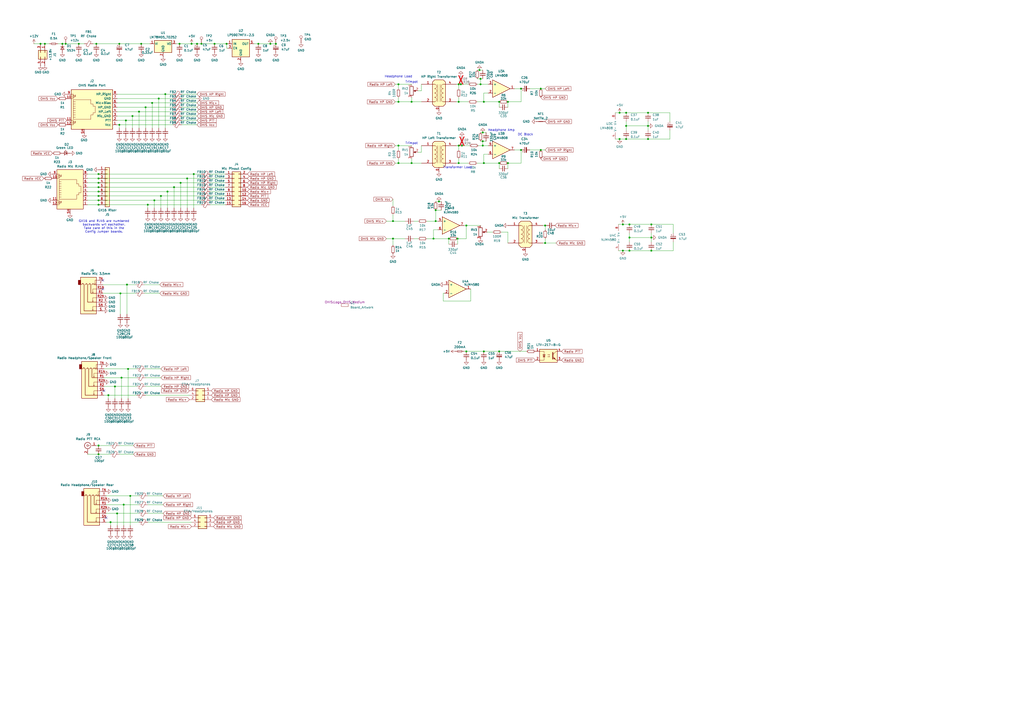
<source format=kicad_sch>
(kicad_sch (version 20250114) (generator "eeschema") (generator_version "9.0")
  (paper "A2")
  (text "Trimpot" (at 238.76 47.625 0) (effects (font (size 1.27 1.27))))
  (text "Headphone Load" (at 231.14 44.45 0) (effects (font (size 1.27 1.27))))
  (text "Trimpot" (at 238.76 83.185 0) (effects (font (size 1.27 1.27))))
  (text "Headphone Amp" (at 290.83 75.565 0) (effects (font (size 1.27 1.27))))
  (text "DC Block" (at 304.8 78.105 0) (effects (font (size 1.27 1.27))))
  (text "GX16 and RJ45 are numbered\nbackwards wrt eachother.\nTake care of this in the\nConfig Jumper boards." (at 60.325 131.445 0) (effects (font (size 1.27 1.27))))
  (text "Transformer Load" (at 265.43 97.155 0) (effects (font (size 1.27 1.27))))
  (junction (at 57.15 111.125))
  (junction (at 97.155 111.125))
  (junction (at 267.97 84.455))
  (junction (at 278.765 45.72))
  (junction (at 238.76 59.055))
  (junction (at 70.485 219.075))
  (junction (at 361.315 130.175))
  (junction (at 81.915 25.4))
  (junction (at 57.15 118.745))
  (junction (at 36.195 25.4))
  (junction (at 363.22 73.025))
  (junction (at 359.41 65.405))
  (junction (at 57.15 116.205))
  (junction (at 294.64 94.615))
  (junction (at 375.92 73.025))
  (junction (at 361.315 145.415))
  (junction (at 377.825 137.795))
  (junction (at 302.26 51.435))
  (junction (at 365.125 145.415))
  (junction (at 377.825 130.175))
  (junction (at 375.92 80.645))
  (junction (at 85.725 118.745))
  (junction (at 57.15 113.665))
  (junction (at 231.14 59.055))
  (junction (at 266.065 59.055))
  (junction (at 365.125 137.795))
  (junction (at 57.15 106.045))
  (junction (at 313.69 51.435))
  (junction (at 227.965 138.43))
  (junction (at 57.15 100.965))
  (junction (at 84.455 62.23))
  (junction (at 238.76 94.615))
  (junction (at 89.535 116.205))
  (junction (at 95.885 54.61))
  (junction (at 131.445 25.4))
  (junction (at 294.64 59.055))
  (junction (at 280.035 84.455))
  (junction (at 377.825 145.415))
  (junction (at 231.14 48.895))
  (junction (at 69.85 170.18))
  (junction (at 280.035 76.835))
  (junction (at 260.35 138.43))
  (junction (at 88.265 59.69))
  (junction (at 75.565 287.655))
  (junction (at 278.13 40.64))
  (junction (at 289.56 94.615))
  (junction (at 252.73 121.92))
  (junction (at 267.335 48.895))
  (junction (at 254.635 116.84))
  (junction (at 289.56 203.835))
  (junction (at 156.845 25.4))
  (junction (at 57.15 258.445))
  (junction (at 92.075 57.15))
  (junction (at 23.495 25.4))
  (junction (at 270.51 130.81))
  (junction (at 67.945 297.815))
  (junction (at 231.14 84.455))
  (junction (at 313.69 86.995))
  (junction (at 266.065 84.455))
  (junction (at 365.125 130.175))
  (junction (at 227.965 128.27))
  (junction (at 266.065 94.615))
  (junction (at 124.46 25.4))
  (junction (at 74.295 213.995))
  (junction (at 302.26 86.995))
  (junction (at 62.865 229.235))
  (junction (at 359.41 80.645))
  (junction (at 280.035 81.915))
  (junction (at 231.14 94.615))
  (junction (at 76.835 67.31))
  (junction (at 116.84 25.4))
  (junction (at 265.43 138.43))
  (junction (at 280.67 94.615))
  (junction (at 149.86 25.4))
  (junction (at 57.15 103.505))
  (junction (at 57.15 108.585))
  (junction (at 160.02 25.4))
  (junction (at 55.88 25.4))
  (junction (at 73.025 69.85))
  (junction (at 278.765 48.895))
  (junction (at 114.3 25.4))
  (junction (at 66.675 224.155))
  (junction (at 375.92 65.405))
  (junction (at 108.585 103.505))
  (junction (at 252.73 128.27))
  (junction (at 316.23 140.97))
  (junction (at 57.15 263.525))
  (junction (at 280.67 203.835))
  (junction (at 69.215 72.39))
  (junction (at 64.135 302.895))
  (junction (at 289.56 59.055))
  (junction (at 363.22 65.405))
  (junction (at 69.215 25.4))
  (junction (at 100.965 108.585))
  (junction (at 104.775 106.045))
  (junction (at 251.46 138.43))
  (junction (at 266.065 48.895))
  (junction (at 316.23 130.81))
  (junction (at 93.345 113.665))
  (junction (at 270.51 203.835))
  (junction (at 71.755 292.735))
  (junction (at 45.72 25.4))
  (junction (at 104.14 25.4))
  (junction (at 80.645 64.77))
  (junction (at 280.67 59.055))
  (junction (at 111.125 25.4))
  (junction (at 26.035 25.4))
  (junction (at 73.66 165.1))
  (junction (at 363.22 80.645))
  (junction (at 38.1 25.4))
  (junction (at 112.395 100.965))
  (no_connect (at 59.69 167.64))
  (no_connect (at 60.325 226.695))
  (no_connect (at 61.595 300.355))
  (no_connect (at 59.69 162.56))
  (wire (pts (xy 278.765 81.915) (xy 280.035 81.915)))
  (wire (pts (xy 229.235 94.615) (xy 231.14 94.615)))
  (wire (pts (xy 92.71 165.1) (xy 83.82 165.1)))
  (wire (pts (xy 316.23 130.81) (xy 316.23 133.35)))
  (wire (pts (xy 93.345 224.155) (xy 84.455 224.155)))
  (wire (pts (xy 116.84 118.745) (xy 85.725 118.745)))
  (wire (pts (xy 280.035 76.835) (xy 278.765 76.835)))
  (wire (pts (xy 257.175 174.625) (xy 273.05 174.625)))
  (wire (pts (xy 269.24 203.835) (xy 270.51 203.835)))
  (wire (pts (xy 280.035 81.915) (xy 281.94 81.915)))
  (wire (pts (xy 95.885 54.61) (xy 67.945 54.61)))
  (wire (pts (xy 116.84 108.585) (xy 100.965 108.585)))
  (wire (pts (xy 277.495 84.455) (xy 280.035 84.455)))
  (wire (pts (xy 267.335 48.895) (xy 271.78 48.895)))
  (wire (pts (xy 116.84 113.665) (xy 93.345 113.665)))
  (wire (pts (xy 227.965 138.43) (xy 234.95 138.43)))
  (wire (pts (xy 289.56 59.055) (xy 289.56 62.23)))
  (wire (pts (xy 100.33 54.61) (xy 95.885 54.61)))
  (wire (pts (xy 108.585 103.505) (xy 108.585 120.65)))
  (wire (pts (xy 114.3 69.85) (xy 105.41 69.85)))
  (wire (pts (xy 73.025 69.85) (xy 67.945 69.85)))
  (wire (pts (xy 377.825 137.795) (xy 377.825 140.335)))
  (wire (pts (xy 238.76 56.515) (xy 238.76 59.055)))
  (wire (pts (xy 361.315 130.175) (xy 365.125 130.175)))
  (wire (pts (xy 278.765 45.72) (xy 280.035 45.72)))
  (wire (pts (xy 66.675 224.155) (xy 66.675 231.14)))
  (wire (pts (xy 131.445 25.4) (xy 132.08 25.4)))
  (wire (pts (xy 227.965 142.24) (xy 227.965 138.43)))
  (wire (pts (xy 278.765 48.895) (xy 283.21 48.895)))
  (wire (pts (xy 229.235 59.055) (xy 231.14 59.055)))
  (wire (pts (xy 266.065 92.075) (xy 266.065 94.615)))
  (wire (pts (xy 273.05 174.625) (xy 273.05 167.64)))
  (wire (pts (xy 80.645 64.77) (xy 67.945 64.77)))
  (wire (pts (xy 121.92 103.505) (xy 130.81 103.505)))
  (wire (pts (xy 359.41 65.405) (xy 363.22 65.405)))
  (wire (pts (xy 124.46 25.4) (xy 131.445 25.4)))
  (wire (pts (xy 64.135 302.895) (xy 64.135 304.8)))
  (wire (pts (xy 254.635 116.84) (xy 252.73 116.84)))
  (wire (pts (xy 132.08 27.94) (xy 131.445 27.94)))
  (wire (pts (xy 281.94 76.835) (xy 280.035 76.835)))
  (wire (pts (xy 74.295 213.995) (xy 74.295 231.14)))
  (wire (pts (xy 289.56 203.835) (xy 305.435 203.835)))
  (wire (pts (xy 266.065 56.515) (xy 266.065 59.055)))
  (wire (pts (xy 73.025 69.85) (xy 73.025 74.295)))
  (wire (pts (xy 95.885 54.61) (xy 95.885 74.295)))
  (wire (pts (xy 251.46 133.35) (xy 254 133.35)))
  (wire (pts (xy 114.3 57.15) (xy 105.41 57.15)))
  (wire (pts (xy 121.92 111.125) (xy 130.81 111.125)))
  (wire (pts (xy 280.67 203.835) (xy 289.56 203.835)))
  (wire (pts (xy 100.33 59.69) (xy 88.265 59.69)))
  (wire (pts (xy 116.84 106.045) (xy 104.775 106.045)))
  (wire (pts (xy 36.195 25.4) (xy 38.1 25.4)))
  (wire (pts (xy 280.67 89.535) (xy 280.67 94.615)))
  (wire (pts (xy 50.8 263.525) (xy 57.15 263.525)))
  (wire (pts (xy 294.64 94.615) (xy 302.26 94.615)))
  (wire (pts (xy 57.15 106.045) (xy 104.775 106.045)))
  (wire (pts (xy 70.485 219.075) (xy 60.325 219.075)))
  (wire (pts (xy 84.455 62.23) (xy 84.455 74.295)))
  (wire (pts (xy 238.76 59.055) (xy 244.475 59.055)))
  (wire (pts (xy 363.22 73.025) (xy 363.22 75.565)))
  (wire (pts (xy 252.73 128.27) (xy 254 128.27)))
  (wire (pts (xy 116.84 103.505) (xy 108.585 103.505)))
  (wire (pts (xy 227.965 124.46) (xy 227.965 128.27)))
  (wire (pts (xy 62.865 229.235) (xy 60.325 229.235)))
  (wire (pts (xy 238.76 94.615) (xy 244.475 94.615)))
  (wire (pts (xy 322.58 140.97) (xy 316.23 140.97)))
  (wire (pts (xy 84.455 62.23) (xy 67.945 62.23)))
  (wire (pts (xy 92.075 57.15) (xy 67.945 57.15)))
  (wire (pts (xy 121.92 100.965) (xy 130.81 100.965)))
  (wire (pts (xy 390.525 140.335) (xy 390.525 145.415)))
  (wire (pts (xy 242.57 52.705) (xy 244.475 52.705)))
  (wire (pts (xy 121.92 116.205) (xy 130.81 116.205)))
  (wire (pts (xy 78.74 170.18) (xy 69.85 170.18)))
  (wire (pts (xy 363.22 65.405) (xy 375.92 65.405)))
  (wire (pts (xy 365.125 130.175) (xy 377.825 130.175)))
  (wire (pts (xy 227.965 138.43) (xy 224.155 138.43)))
  (wire (pts (xy 231.14 94.615) (xy 238.76 94.615)))
  (wire (pts (xy 85.725 302.895) (xy 111.125 302.895)))
  (wire (pts (xy 23.495 25.4) (xy 26.035 25.4)))
  (wire (pts (xy 266.065 94.615) (xy 271.78 94.615)))
  (wire (pts (xy 100.33 62.23) (xy 84.455 62.23)))
  (wire (pts (xy 276.86 94.615) (xy 280.67 94.615)))
  (wire (pts (xy 80.645 64.77) (xy 80.645 74.295)))
  (wire (pts (xy 156.845 25.4) (xy 160.02 25.4)))
  (wire (pts (xy 80.645 302.895) (xy 64.135 302.895)))
  (wire (pts (xy 79.375 224.155) (xy 66.675 224.155)))
  (wire (pts (xy 64.135 302.895) (xy 61.595 302.895)))
  (wire (pts (xy 19.685 25.4) (xy 23.495 25.4)))
  (wire (pts (xy 280.035 40.64) (xy 278.13 40.64)))
  (wire (pts (xy 289.56 94.615) (xy 289.56 97.79)))
  (wire (pts (xy 114.3 59.69) (xy 105.41 59.69)))
  (wire (pts (xy 94.615 297.815) (xy 85.725 297.815)))
  (wire (pts (xy 111.125 25.4) (xy 114.3 25.4)))
  (wire (pts (xy 57.15 116.205) (xy 89.535 116.205)))
  (wire (pts (xy 50.8 106.045) (xy 57.15 106.045)))
  (wire (pts (xy 76.835 67.31) (xy 67.945 67.31)))
  (wire (pts (xy 252.73 121.92) (xy 252.73 128.27)))
  (wire (pts (xy 80.645 287.655) (xy 75.565 287.655)))
  (wire (pts (xy 255.905 116.84) (xy 254.635 116.84)))
  (wire (pts (xy 365.125 145.415) (xy 377.825 145.415)))
  (wire (pts (xy 269.24 130.81) (xy 270.51 130.81)))
  (wire (pts (xy 69.215 25.4) (xy 81.915 25.4)))
  (wire (pts (xy 361.315 145.415) (xy 365.125 145.415)))
  (wire (pts (xy 266.065 84.455) (xy 267.97 84.455)))
  (wire (pts (xy 356.87 80.645) (xy 359.41 80.645)))
  (wire (pts (xy 229.235 84.455) (xy 231.14 84.455)))
  (wire (pts (xy 231.14 48.895) (xy 238.76 48.895)))
  (wire (pts (xy 100.33 64.77) (xy 80.645 64.77)))
  (wire (pts (xy 307.34 86.995) (xy 313.69 86.995)))
  (wire (pts (xy 69.85 170.18) (xy 69.85 182.245)))
  (wire (pts (xy 75.565 287.655) (xy 75.565 304.8)))
  (wire (pts (xy 390.525 145.415) (xy 377.825 145.415)))
  (wire (pts (xy 45.72 25.4) (xy 48.895 25.4)))
  (wire (pts (xy 278.13 40.64) (xy 276.86 40.64)))
  (wire (pts (xy 280.67 94.615) (xy 289.56 94.615)))
  (wire (pts (xy 298.45 51.435) (xy 302.26 51.435)))
  (wire (pts (xy 270.51 203.835) (xy 280.67 203.835)))
  (wire (pts (xy 100.33 69.85) (xy 73.025 69.85)))
  (wire (pts (xy 76.835 67.31) (xy 76.835 74.295)))
  (wire (pts (xy 267.97 84.455) (xy 272.415 84.455)))
  (wire (pts (xy 363.22 73.025) (xy 375.92 73.025)))
  (wire (pts (xy 57.15 258.445) (xy 55.88 258.445)))
  (wire (pts (xy 92.075 57.15) (xy 92.075 74.295)))
  (wire (pts (xy 298.45 86.995) (xy 302.26 86.995)))
  (wire (pts (xy 388.62 65.405) (xy 375.92 65.405)))
  (wire (pts (xy 365.125 137.795) (xy 377.825 137.795)))
  (wire (pts (xy 69.215 72.39) (xy 69.215 74.295)))
  (wire (pts (xy 85.725 118.745) (xy 85.725 120.65)))
  (wire (pts (xy 116.84 111.125) (xy 97.155 111.125)))
  (wire (pts (xy 88.265 59.69) (xy 88.265 74.295)))
  (wire (pts (xy 66.675 224.155) (xy 60.325 224.155)))
  (wire (pts (xy 67.945 297.815) (xy 67.945 304.8)))
  (wire (pts (xy 280.035 84.455) (xy 283.21 84.455)))
  (wire (pts (xy 365.125 135.255) (xy 365.125 137.795)))
  (wire (pts (xy 121.92 108.585) (xy 130.81 108.585)))
  (wire (pts (xy 116.84 25.4) (xy 124.46 25.4)))
  (wire (pts (xy 121.92 118.745) (xy 130.81 118.745)))
  (wire (pts (xy 84.455 229.235) (xy 109.855 229.235)))
  (wire (pts (xy 266.065 48.895) (xy 267.335 48.895)))
  (wire (pts (xy 294.64 134.62) (xy 294.64 140.97)))
  (wire (pts (xy 265.43 141.605) (xy 265.43 138.43)))
  (wire (pts (xy 242.57 88.265) (xy 244.475 88.265)))
  (wire (pts (xy 57.15 263.525) (xy 64.135 263.525)))
  (wire (pts (xy 266.065 59.055) (xy 271.78 59.055)))
  (wire (pts (xy 67.945 297.815) (xy 61.595 297.815)))
  (wire (pts (xy 264.795 59.055) (xy 266.065 59.055)))
  (wire (pts (xy 388.62 75.565) (xy 388.62 80.645)))
  (wire (pts (xy 227.965 115.57) (xy 227.965 119.38)))
  (wire (pts (xy 302.26 59.055) (xy 302.26 51.435)))
  (wire (pts (xy 121.92 113.665) (xy 130.81 113.665)))
  (wire (pts (xy 62.865 229.235) (xy 62.865 231.14)))
  (wire (pts (xy 88.265 59.69) (xy 67.945 59.69)))
  (wire (pts (xy 388.62 70.485) (xy 388.62 65.405)))
  (wire (pts (xy 69.215 263.525) (xy 77.47 263.525)))
  (wire (pts (xy 92.71 170.18) (xy 83.82 170.18)))
  (wire (pts (xy 73.66 165.1) (xy 59.69 165.1)))
  (wire (pts (xy 270.51 138.43) (xy 270.51 130.81)))
  (wire (pts (xy 280.67 59.055) (xy 289.56 59.055)))
  (wire (pts (xy 131.445 27.94) (xy 131.445 25.4)))
  (wire (pts (xy 93.345 219.075) (xy 84.455 219.075)))
  (wire (pts (xy 283.21 53.975) (xy 280.67 53.975)))
  (wire (pts (xy 229.235 48.895) (xy 231.14 48.895)))
  (wire (pts (xy 388.62 80.645) (xy 375.92 80.645)))
  (wire (pts (xy 114.3 25.4) (xy 116.84 25.4)))
  (wire (pts (xy 50.8 111.125) (xy 57.15 111.125)))
  (wire (pts (xy 316.23 140.97) (xy 314.96 140.97)))
  (wire (pts (xy 316.23 130.81) (xy 314.96 130.81)))
  (wire (pts (xy 114.3 72.39) (xy 105.41 72.39)))
  (wire (pts (xy 50.8 100.965) (xy 57.15 100.965)))
  (wire (pts (xy 50.8 116.205) (xy 57.15 116.205)))
  (wire (pts (xy 75.565 287.655) (xy 61.595 287.655)))
  (wire (pts (xy 363.22 80.645) (xy 375.92 80.645)))
  (wire (pts (xy 313.69 86.995) (xy 316.23 86.995)))
  (wire (pts (xy 227.965 128.27) (xy 234.95 128.27)))
  (wire (pts (xy 69.215 72.39) (xy 67.945 72.39)))
  (wire (pts (xy 81.915 25.4) (xy 86.995 25.4)))
  (wire (pts (xy 231.14 48.895) (xy 231.14 51.435)))
  (wire (pts (xy 365.125 137.795) (xy 365.125 140.335)))
  (wire (pts (xy 247.65 138.43) (xy 251.46 138.43)))
  (wire (pts (xy 359.41 80.645) (xy 363.22 80.645)))
  (wire (pts (xy 302.26 94.615) (xy 302.26 86.995)))
  (wire (pts (xy 231.14 59.055) (xy 238.76 59.055)))
  (wire (pts (xy 356.87 65.405) (xy 359.41 65.405)))
  (wire (pts (xy 276.86 59.055) (xy 280.67 59.055)))
  (wire (pts (xy 71.755 292.735) (xy 71.755 304.8)))
  (wire (pts (xy 358.775 145.415) (xy 361.315 145.415)))
  (wire (pts (xy 231.14 92.075) (xy 231.14 94.615)))
  (wire (pts (xy 116.84 116.205) (xy 89.535 116.205)))
  (wire (pts (xy 264.795 94.615) (xy 266.065 94.615)))
  (wire (pts (xy 231.14 84.455) (xy 231.14 86.995)))
  (wire (pts (xy 104.14 25.4) (xy 111.125 25.4)))
  (wire (pts (xy 255.905 121.92) (xy 252.73 121.92)))
  (wire (pts (xy 114.3 54.61) (xy 105.41 54.61)))
  (wire (pts (xy 264.795 84.455) (xy 266.065 84.455)))
  (wire (pts (xy 276.86 45.72) (xy 278.765 45.72)))
  (wire (pts (xy 79.375 219.075) (xy 70.485 219.075)))
  (wire (pts (xy 114.3 64.77) (xy 105.41 64.77)))
  (wire (pts (xy 280.67 53.975) (xy 280.67 59.055)))
  (wire (pts (xy 57.15 111.125) (xy 97.155 111.125)))
  (wire (pts (xy 244.475 88.265) (xy 244.475 84.455)))
  (wire (pts (xy 38.1 25.4) (xy 45.72 25.4)))
  (wire (pts (xy 100.33 67.31) (xy 76.835 67.31)))
  (wire (pts (xy 57.15 103.505) (xy 108.585 103.505)))
  (wire (pts (xy 294.64 59.055) (xy 302.26 59.055)))
  (wire (pts (xy 79.375 229.235) (xy 62.865 229.235)))
  (wire (pts (xy 94.615 292.735) (xy 85.725 292.735)))
  (wire (pts (xy 70.485 219.075) (xy 70.485 231.14)))
  (wire (pts (xy 50.8 103.505) (xy 57.15 103.505)))
  (wire (pts (xy 73.66 165.1) (xy 73.66 182.245)))
  (wire (pts (xy 283.21 89.535) (xy 280.67 89.535)))
  (wire (pts (xy 112.395 100.965) (xy 112.395 120.65)))
  (wire (pts (xy 89.535 116.205) (xy 89.535 120.65)))
  (wire (pts (xy 240.03 138.43) (xy 242.57 138.43)))
  (wire (pts (xy 278.765 45.72) (xy 278.765 48.895)))
  (wire (pts (xy 100.33 72.39) (xy 69.215 72.39)))
  (wire (pts (xy 307.34 51.435) (xy 313.69 51.435)))
  (wire (pts (xy 97.155 111.125) (xy 97.155 120.65)))
  (wire (pts (xy 257.175 170.18) (xy 257.175 174.625)))
  (wire (pts (xy 290.83 134.62) (xy 294.64 134.62)))
  (wire (pts (xy 53.975 25.4) (xy 55.88 25.4)))
  (wire (pts (xy 282.575 134.62) (xy 285.75 134.62)))
  (wire (pts (xy 247.65 128.27) (xy 252.73 128.27)))
  (wire (pts (xy 78.74 165.1) (xy 73.66 165.1)))
  (wire (pts (xy 238.76 92.075) (xy 238.76 94.615)))
  (wire (pts (xy 149.86 25.4) (xy 156.845 25.4)))
  (wire (pts (xy 74.295 213.995) (xy 60.325 213.995)))
  (wire (pts (xy 104.775 106.045) (xy 104.775 120.65)))
  (wire (pts (xy 94.615 287.655) (xy 85.725 287.655)))
  (wire (pts (xy 147.32 25.4) (xy 149.86 25.4)))
  (wire (pts (xy 260.35 138.43) (xy 260.35 141.605)))
  (wire (pts (xy 69.85 170.18) (xy 59.69 170.18)))
  (wire (pts (xy 93.345 113.665) (xy 93.345 120.65)))
  (wire (pts (xy 313.69 51.435) (xy 316.23 51.435)))
  (wire (pts (xy 71.755 292.735) (xy 61.595 292.735)))
  (wire (pts (xy 251.46 133.35) (xy 251.46 138.43)))
  (wire (pts (xy 231.14 56.515) (xy 231.14 59.055)))
  (wire (pts (xy 57.15 108.585) (xy 100.965 108.585)))
  (wire (pts (xy 264.795 48.895) (xy 266.065 48.895)))
  (wire (pts (xy 390.525 135.255) (xy 390.525 130.175)))
  (wire (pts (xy 280.035 81.915) (xy 280.035 84.455)))
  (wire (pts (xy 270.51 130.81) (xy 278.765 130.81)))
  (wire (pts (xy 50.8 118.745) (xy 57.15 118.745)))
  (wire (pts (xy 375.92 73.025) (xy 375.92 75.565)))
  (wire (pts (xy 265.43 138.43) (xy 270.51 138.43)))
  (wire (pts (xy 50.8 113.665) (xy 57.15 113.665)))
  (wire (pts (xy 377.825 135.255) (xy 377.825 137.795)))
  (wire (pts (xy 57.15 113.665) (xy 93.345 113.665)))
  (wire (pts (xy 77.47 258.445) (xy 69.215 258.445)))
  (wire (pts (xy 257.81 170.18) (xy 257.175 170.18)))
  (wire (pts (xy 251.46 138.43) (xy 260.35 138.43)))
  (wire (pts (xy 294.64 97.79) (xy 294.64 94.615)))
  (wire (pts (xy 114.3 67.31) (xy 105.41 67.31)))
  (wire (pts (xy 358.775 130.175) (xy 361.315 130.175)))
  (wire (pts (xy 244.475 52.705) (xy 244.475 48.895)))
  (wire (pts (xy 93.345 213.995) (xy 84.455 213.995)))
  (wire (pts (xy 390.525 130.175) (xy 377.825 130.175)))
  (wire (pts (xy 121.92 106.045) (xy 130.81 106.045)))
  (wire (pts (xy 363.22 70.485) (xy 363.22 73.025)))
  (wire (pts (xy 100.33 57.15) (xy 92.075 57.15)))
  (wire (pts (xy 266.065 84.455) (xy 266.065 86.995)))
  (wire (pts (xy 57.15 118.745) (xy 85.725 118.745)))
  (wire (pts (xy 240.03 128.27) (xy 242.57 128.27)))
  (wire (pts (xy 79.375 213.995) (xy 74.295 213.995)))
  (wire (pts (xy 114.3 62.23) (xy 105.41 62.23)))
  (wire (pts (xy 50.8 108.585) (xy 57.15 108.585)))
  (wire (pts (xy 26.035 25.4) (xy 28.575 25.4)))
  (wire (pts (xy 102.235 25.4) (xy 104.14 25.4)))
  (wire (pts (xy 80.645 297.815) (xy 67.945 297.815)))
  (wire (pts (xy 57.15 258.445) (xy 64.135 258.445)))
  (wire (pts (xy 266.065 48.895) (xy 266.065 51.435)))
  (wire (pts (xy 33.655 25.4) (xy 36.195 25.4)))
  (wire (pts (xy 316.23 138.43) (xy 316.23 140.97)))
  (wire (pts (xy 80.645 292.735) (xy 71.755 292.735)))
  (wire (pts (xy 116.84 100.965) (xy 112.395 100.965)))
  (wire (pts (xy 316.865 130.81) (xy 316.23 130.81)))
  (wire (pts (xy 231.14 84.455) (xy 238.76 84.455)))
  (wire (pts (xy 276.86 48.895) (xy 278.765 48.895)))
  (wire (pts (xy 100.965 108.585) (xy 100.965 120.65)))
  (wire (pts (xy 375.92 70.485) (xy 375.92 73.025)))
  (wire (pts (xy 57.15 100.965) (xy 112.395 100.965)))
  (wire (pts (xy 55.88 25.4) (xy 69.215 25.4)))
  (wire (pts (xy 227.965 128.27) (xy 224.155 128.27)))
  (wire (pts (xy 294.64 62.23) (xy 294.64 59.055)))
  (global_label "OHIS PTT" (shape input) (at 310.515 208.915 180) (property "Intersheetrefs" "${INTERSHEET_REFS}" (effects (hide yes))))
  (global_label "Radio HP GND" (shape input) (at 111.125 300.355 180) (property "Intersheetrefs" "${INTERSHEET_REFS}" (effects (hide yes))))
  (global_label "OHIS HP GND" (shape input) (at 114.3 62.23 0) (property "Intersheetrefs" "${INTERSHEET_REFS}" (effects (hide yes))))
  (global_label "Radio HP GND" (shape input) (at 93.345 224.155 0) (property "Intersheetrefs" "${INTERSHEET_REFS}" (effects (hide yes))))
  (global_label "OHIS Vcc" (shape input) (at 114.3 72.39 0) (property "Intersheetrefs" "${INTERSHEET_REFS}" (effects (hide yes))))
  (global_label "OHIS PTT" (shape input) (at 114.3 69.85 0) (property "Intersheetrefs" "${INTERSHEET_REFS}" (effects (hide yes))))
  (global_label "Radio HP Right" (shape input) (at 143.51 106.045 0) (property "Intersheetrefs" "${INTERSHEET_REFS}" (effects (hide yes))))
  (global_label "Radio PTT" (shape input) (at 143.51 113.665 0) (property "Intersheetrefs" "${INTERSHEET_REFS}" (effects (hide yes))))
  (global_label "Radio Mic+" (shape input) (at 111.125 305.435 180) (property "Intersheetrefs" "${INTERSHEET_REFS}" (effects (hide yes))))
  (global_label "OHIS Mic+" (shape input) (at 114.3 59.69 0) (property "Intersheetrefs" "${INTERSHEET_REFS}" (effects (hide yes))))
  (global_label "Radio VCC" (shape input) (at 25.4 103.505 180) (property "Intersheetrefs" "${INTERSHEET_REFS}" (effects (hide yes))))
  (global_label "Radio HP GND" (shape input) (at 122.555 229.235 0) (property "Intersheetrefs" "${INTERSHEET_REFS}" (effects (hide yes))))
  (global_label "OHIS PTT" (shape input) (at 38.735 69.85 180) (property "Intersheetrefs" "${INTERSHEET_REFS}" (effects (hide yes))))
  (global_label "Radio HP Right" (shape input) (at 93.345 219.075 0) (property "Intersheetrefs" "${INTERSHEET_REFS}" (effects (hide yes))))
  (global_label "OHIS Mic GND" (shape input) (at 114.3 67.31 0) (property "Intersheetrefs" "${INTERSHEET_REFS}" (effects (hide yes))))
  (global_label "Radio HP Right" (shape input) (at 229.235 84.455 180) (property "Intersheetrefs" "${INTERSHEET_REFS}" (effects (hide yes))))
  (global_label "Radio Mic+" (shape input) (at 92.71 165.1 0) (property "Intersheetrefs" "${INTERSHEET_REFS}" (effects (hide yes))))
  (global_label "OHIS HP GND" (shape input) (at 316.23 70.485 0) (property "Intersheetrefs" "${INTERSHEET_REFS}" (effects (hide yes))))
  (global_label "Radio Mic GND" (shape input) (at 143.51 108.585 0) (property "Intersheetrefs" "${INTERSHEET_REFS}" (effects (hide yes))))
  (global_label "Radio VCC" (shape input) (at 143.51 118.745 0) (property "Intersheetrefs" "${INTERSHEET_REFS}" (effects (hide yes))))
  (global_label "Radio Mic+" (shape input) (at 109.855 231.775 180) (property "Intersheetrefs" "${INTERSHEET_REFS}" (effects (hide yes))))
  (global_label "Radio PTT" (shape input) (at 77.47 258.445 0) (property "Intersheetrefs" "${INTERSHEET_REFS}" (effects (hide yes))))
  (global_label "Radio HP Left" (shape input) (at 94.615 287.655 0) (property "Intersheetrefs" "${INTERSHEET_REFS}" (effects (hide yes))))
  (global_label "Radio Mic GND" (shape input) (at 123.825 305.435 0) (property "Intersheetrefs" "${INTERSHEET_REFS}" (effects (hide yes))))
  (global_label "Radio Mic+" (shape input) (at 321.945 130.81 0) (property "Intersheetrefs" "${INTERSHEET_REFS}" (effects (hide yes))))
  (global_label "OHIS HP Right" (shape input) (at 316.23 86.995 0) (property "Intersheetrefs" "${INTERSHEET_REFS}" (effects (hide yes))))
  (global_label "Radio HP Left" (shape input) (at 143.51 100.965 0) (property "Intersheetrefs" "${INTERSHEET_REFS}" (effects (hide yes))))
  (global_label "Radio HP GND" (shape input) (at 122.555 226.695 0) (property "Intersheetrefs" "${INTERSHEET_REFS}" (effects (hide yes))))
  (global_label "OHIS Mic GND" (shape input) (at 224.155 138.43 180) (property "Intersheetrefs" "${INTERSHEET_REFS}" (effects (hide yes))))
  (global_label "Radio GND" (shape input) (at 325.755 208.915 0) (property "Intersheetrefs" "${INTERSHEET_REFS}" (effects (hide yes))))
  (global_label "OHIS Vcc" (shape input) (at 227.965 115.57 180) (property "Intersheetrefs" "${INTERSHEET_REFS}" (effects (hide yes))))
  (global_label "Radio HP GND" (shape input) (at 229.235 59.055 180) (property "Intersheetrefs" "${INTERSHEET_REFS}" (effects (hide yes))))
  (global_label "Radio GND" (shape input) (at 143.51 116.205 0) (property "Intersheetrefs" "${INTERSHEET_REFS}" (effects (hide yes))))
  (global_label "Radio GND" (shape input) (at 77.47 263.525 0) (property "Intersheetrefs" "${INTERSHEET_REFS}" (effects (hide yes))))
  (global_label "OHIS HP GND" (shape input) (at 313.69 56.515 0) (property "Intersheetrefs" "${INTERSHEET_REFS}" (effects (hide yes))))
  (global_label "OHIS Vcc" (shape input) (at 33.655 72.39 180) (property "Intersheetrefs" "${INTERSHEET_REFS}" (effects (hide yes))))
  (global_label "Radio HP GND" (shape input) (at 94.615 297.815 0) (property "Intersheetrefs" "${INTERSHEET_REFS}" (effects (hide yes))))
  (global_label "Radio HP GND" (shape input) (at 143.51 103.505 0) (property "Intersheetrefs" "${INTERSHEET_REFS}" (effects (hide yes))))
  (global_label "Radio HP GND" (shape input) (at 123.825 300.355 0) (property "Intersheetrefs" "${INTERSHEET_REFS}" (effects (hide yes))))
  (global_label "OHIS Vcc" (shape input) (at 301.625 203.835 90) (property "Intersheetrefs" "${INTERSHEET_REFS}" (effects (hide yes))))
  (global_label "OHIS Mic+" (shape input) (at 224.155 128.27 180) (property "Intersheetrefs" "${INTERSHEET_REFS}" (effects (hide yes))))
  (global_label "OHIS Vcc" (shape input) (at 33.655 57.15 180) (property "Intersheetrefs" "${INTERSHEET_REFS}" (effects (hide yes))))
  (global_label "Radio HP Left" (shape input) (at 229.235 48.895 180) (property "Intersheetrefs" "${INTERSHEET_REFS}" (effects (hide yes))))
  (global_label "Radio Mic GND" (shape input) (at 322.58 140.97 0) (property "Intersheetrefs" "${INTERSHEET_REFS}" (effects (hide yes))))
  (global_label "Radio Mic GND" (shape input) (at 92.71 170.18 0) (property "Intersheetrefs" "${INTERSHEET_REFS}" (effects (hide yes))))
  (global_label "OHIS HP GND" (shape input) (at 313.69 92.075 0) (property "Intersheetrefs" "${INTERSHEET_REFS}" (effects (hide yes))))
  (global_label "OHIS HP Left" (shape input) (at 114.3 64.77 0) (property "Intersheetrefs" "${INTERSHEET_REFS}" (effects (hide yes))))
  (global_label "OHIS HP Right" (shape input) (at 114.3 54.61 0) (property "Intersheetrefs" "${INTERSHEET_REFS}" (effects (hide yes))))
  (global_label "Radio HP GND" (shape input) (at 123.825 302.895 0) (property "Intersheetrefs" "${INTERSHEET_REFS}" (effects (hide yes))))
  (global_label "Radio HP Left" (shape input) (at 93.345 213.995 0) (property "Intersheetrefs" "${INTERSHEET_REFS}" (effects (hide yes))))
  (global_label "Radio HP GND" (shape input) (at 109.855 226.695 180) (property "Intersheetrefs" "${INTERSHEET_REFS}" (effects (hide yes))))
  (global_label "Radio HP Right" (shape input) (at 94.615 292.735 0) (property "Intersheetrefs" "${INTERSHEET_REFS}" (effects (hide yes))))
  (global_label "Radio HP GND" (shape input) (at 229.235 94.615 180) (property "Intersheetrefs" "${INTERSHEET_REFS}" (effects (hide yes))))
  (global_label "Radio PTT" (shape input) (at 325.755 203.835 0) (property "Intersheetrefs" "${INTERSHEET_REFS}" (effects (hide yes))))
  (global_label "Radio Mic+" (shape input) (at 143.51 111.125 0) (property "Intersheetrefs" "${INTERSHEET_REFS}" (effects (hide yes))))
  (global_label "Radio Mic GND" (shape input) (at 122.555 231.775 0) (property "Intersheetrefs" "${INTERSHEET_REFS}" (effects (hide yes))))
  (global_label "Radio VCC" (shape input) (at 30.48 88.9 180) (property "Intersheetrefs" "${INTERSHEET_REFS}" (effects (hide yes))))
  (global_label "OHIS HP Left" (shape input) (at 316.23 51.435 0) (property "Intersheetrefs" "${INTERSHEET_REFS}" (effects (hide yes))))
  (symbol (lib_id "power:GND") (at 26.035 38.1 0) (unit 1)
    (property "Reference" "#PWR04" (effects (hide yes)))
    (property "Value" "GND" (at 28.575 41.91 0) (effects (justify right)))
    (property "Description" "Power symbol creates a global label with name \"GND\" , ground" (effects (hide yes)))
  )
  (symbol (lib_id "Device:R_Small") (at 274.32 59.055 270) (mirror x) (unit 1)
    (property "Reference" "R5" (at 274.32 64.135 90))
    (property "Value" "10k" (at 274.32 61.595 90))
    (property "Footprint" "Resistor_SMD:R_0603_1608Metric" (effects (hide yes)))
    (property "Description" "Resistor, small symbol" (effects (hide yes)))
    (property "LCSC" "C25804" (effects (hide yes)))
  )
  (symbol (lib_id "Device:R_Small") (at 245.11 128.27 270) (mirror x) (unit 1)
    (property "Reference" "R17" (at 245.11 133.35 90))
    (property "Value" "10k" (at 245.11 130.81 90))
    (property "Footprint" "Resistor_SMD:R_0603_1608Metric" (effects (hide yes)))
    (property "Description" "Resistor, small symbol" (effects (hide yes)))
    (property "LCSC" "C25804" (effects (hide yes)))
  )
  (symbol (lib_id "power:GND") (at 114.3 30.48 0) (unit 1)
    (property "Reference" "#PWR013" (effects (hide yes)))
    (property "Value" "GND" (at 114.3 34.925 0))
    (property "Description" "Power symbol creates a global label with name \"GND\" , ground" (effects (hide yes)))
  )
  (symbol (lib_id "Device:FerriteBead_Small") (at 119.38 106.045 90) (unit 1)
    (property "Reference" "FB12" (at 116.84 104.775 90))
    (property "Value" "RF Choke" (at 125.73 104.775 90))
    (property "Footprint" "Inductor_SMD:L_0805_2012Metric" (effects (hide yes)))
    (property "Description" "Ferrite bead, small symbol" (effects (hide yes)))
    (property "LCSC" "C1017" (effects (hide yes)))
  )
  (symbol (lib_id "Device:R_Potentiometer") (at 238.76 52.705 0) (unit 1)
    (property "Reference" "RV2" (at 236.855 51.4349 0) (effects (justify right)))
    (property "Value" "1k" (at 236.855 53.9749 0) (effects (justify right)))
    (property "Footprint" "Potentiometer_SMD:Potentiometer_Bourns_3314J_Vertical" (effects (hide yes)))
    (property "Description" "Potentiometer" (effects (hide yes)))
    (property "LCSC" "C124640" (effects (hide yes)))
  )
  (symbol (lib_id "Device:R_Small") (at 292.1 94.615 270) (mirror x) (unit 1)
    (property "Reference" "R9" (at 292.1 90.805 90))
    (property "Value" "33k" (at 292.1 92.71 90))
    (property "Footprint" "Resistor_SMD:R_0603_1608Metric" (effects (hide yes)))
    (property "Description" "Resistor, small symbol" (effects (hide yes)))
    (property "LCSC" "C4216" (effects (hide yes)))
  )
  (symbol (lib_id "power:GND") (at 30.48 116.205 270) (unit 1)
    (property "Reference" "#PWR033" (effects (hide yes)))
    (property "Value" "GND" (at 27.305 116.205 90) (effects (justify right)))
    (property "Description" "Power symbol creates a global label with name \"GND\" , ground" (effects (hide yes)))
  )
  (symbol (lib_id "Connector:TestPoint") (at 38.1 25.4 0) (unit 1)
    (property "Reference" "TP1" (at 40.64 20.8279 0) (effects (justify left)))
    (property "Value" "+12v" (at 40.64 23.3679 0) (effects (justify left)))
    (property "Footprint" "TestPoint:TestPoint_THTPad_D1.5mm_Drill0.7mm" (effects (hide yes)))
    (property "Description" "test point" (effects (hide yes)))
  )
  (symbol (lib_id "Device:Fuse_Small") (at 31.115 25.4 0) (unit 1)
    (property "Reference" "F1" (at 31.115 19.685 0))
    (property "Value" "0.5A" (at 31.115 22.225 0))
    (property "Footprint" "Fuse:Fuse_1206_3216Metric" (effects (hide yes)))
    (property "Description" "Fuse, small symbol" (effects (hide yes)))
    (property "LCSC" "C720075" (effects (hide yes)))
  )
  (symbol (lib_id "Regulator_Linear:LP5907MFX-2.5") (at 139.7 27.94 0) (unit 1)
    (property "Reference" "U2" (at 139.7 17.78 0))
    (property "Value" "LP5907MFX-2.5" (at 139.7 20.32 0))
    (property "Footprint" "Package_TO_SOT_SMD:SOT-23-5" (effects (hide yes)))
    (property "Datasheet" "http://www.ti.com/lit/ds/symlink/lp5907.pdf" (effects (hide yes)))
    (property "Description" "250-mA Ultra-Low-Noise Low-IQ LDO, 2.5V, SOT-23" (effects (hide yes)))
    (property "LCSC" "C165132" (effects (hide yes)))
  )
  (symbol (lib_id "Device:C_Polarized_Small") (at 114.3 27.94 0) (unit 1)
    (property "Reference" "C5" (at 117.475 26.1238 0) (effects (justify left)))
    (property "Value" "47uF" (at 117.475 28.6638 0) (effects (justify left)))
    (property "Footprint" "Capacitor_SMD:C_0805_2012Metric" (effects (hide yes)))
    (property "Description" "Polarized capacitor, small symbol" (effects (hide yes)))
    (property "LCSC" "C16780" (effects (hide yes)))
  )
  (symbol (lib_id "Device:R_Small") (at 252.73 119.38 0) (mirror y) (unit 1)
    (property "Reference" "R18" (at 248.92 119.38 90))
    (property "Value" "33k" (at 250.825 119.38 90))
    (property "Footprint" "Resistor_SMD:R_0603_1608Metric" (effects (hide yes)))
    (property "Description" "Resistor, small symbol" (effects (hide yes)))
    (property "LCSC" "C4216" (effects (hide yes)))
  )
  (symbol (lib_id "power:GND") (at 227.965 147.32 0) (unit 1)
    (property "Reference" "#PWR065" (effects (hide yes)))
    (property "Value" "GND" (at 227.965 151.765 0))
    (property "Description" "Power symbol creates a global label with name \"GND\" , ground" (effects (hide yes)))
  )
  (symbol (lib_id "Connector:Conn_Coaxial") (at 50.8 258.445 0) (mirror y) (unit 1) (in_bom no)
    (property "Reference" "J9" (at 51.1174 252.095 0))
    (property "Value" "Radio PTT RCA" (at 51.1174 254.635 0))
    (property "Footprint" "Libraries:Conn_RCA_Kobiconn_156-009x-E" (effects (hide yes)))
    (property "Description" "coaxial connector (BNC, SMA, SMB, SMC, Cinch/RCA, LEMO, ...)" (effects (hide yes)))
  )
  (symbol (lib_id "Device:C_Small") (at 280.67 206.375 0) (unit 1)
    (property "Reference" "C55" (at 283.21 205.1112 0) (effects (justify left)))
    (property "Value" "1uF" (at 283.21 207.6512 0) (effects (justify left)))
    (property "Footprint" "Capacitor_SMD:C_0603_1608Metric" (effects (hide yes)))
    (property "Description" "Unpolarized capacitor, small symbol" (effects (hide yes)))
    (property "LCSC" "C15849" (effects (hide yes)))
  )
  (symbol (lib_id "power:GND") (at 112.395 125.73 0) (unit 1)
    (property "Reference" "#PWR042" (effects (hide yes)))
    (property "Value" "GND" (at 112.395 130.175 0))
    (property "Description" "Power symbol creates a global label with name \"GND\" , ground" (effects (hide yes)))
  )
  (symbol (lib_id "Device:C_Small") (at 365.125 132.715 0) (unit 1)
    (property "Reference" "C49" (at 367.665 131.4512 0) (effects (justify left)))
    (property "Value" "0.1uF" (at 367.665 133.9912 0) (effects (justify left)))
    (property "Footprint" "Capacitor_SMD:C_0603_1608Metric" (effects (hide yes)))
    (property "Description" "Unpolarized capacitor, small symbol" (effects (hide yes)))
    (property "LCSC" "C14663" (effects (hide yes)))
  )
  (symbol (lib_id "power:GND") (at 73.025 79.375 0) (unit 1)
    (property "Reference" "#PWR023" (effects (hide yes)))
    (property "Value" "GND" (at 73.025 83.82 0))
    (property "Description" "Power symbol creates a global label with name \"GND\" , ground" (effects (hide yes)))
  )
  (symbol (lib_id "Regulator_Linear:LM78M05_TO252") (at 94.615 25.4 0) (unit 1)
    (property "Reference" "U1" (at 94.615 19.05 0))
    (property "Value" "LM78M05_TO252" (at 94.615 21.59 0))
    (property "Footprint" "Package_TO_SOT_SMD:TO-252-2" (effects (hide yes)))
    (property "Datasheet" "https://www.onsemi.com/pub/Collateral/MC78M00-D.PDF" (effects (hide yes)))
    (property "Description" "Positive 500mA 35V Linear Regulator, Fixed Output 5V, TO-252 (D-PAK)" (effects (hide yes)))
    (property "LCSC" "C58069" (effects (hide yes)))
  )
  (symbol (lib_id "Device:C_Small") (at 45.72 27.94 0) (unit 1)
    (property "Reference" "C3" (at 48.26 29.21 0) (effects (justify left)))
    (property "Value" "0.1uF" (at 48.26 31.115 0) (effects (justify left)))
    (property "Footprint" "Capacitor_SMD:C_0603_1608Metric" (effects (hide yes)))
    (property "Description" "Unpolarized capacitor, small symbol" (effects (hide yes)))
    (property "LCSC" "C14663" (effects (hide yes)))
  )
  (symbol (lib_id "Device:FerriteBead_Small") (at 119.38 116.205 90) (unit 1)
    (property "Reference" "FB16" (at 116.84 114.935 90))
    (property "Value" "RF Choke" (at 125.73 114.935 90))
    (property "Footprint" "Inductor_SMD:L_0805_2012Metric" (effects (hide yes)))
    (property "Description" "Ferrite bead, small symbol" (effects (hide yes)))
    (property "LCSC" "C1017" (effects (hide yes)))
  )
  (symbol (lib_id "Device:C_Small") (at 270.51 206.375 0) (unit 1)
    (property "Reference" "C54" (at 273.05 205.1112 0) (effects (justify left)))
    (property "Value" "0.1uF" (at 273.05 207.6512 0) (effects (justify left)))
    (property "Footprint" "Capacitor_SMD:C_0603_1608Metric" (effects (hide yes)))
    (property "Description" "Unpolarized capacitor, small symbol" (effects (hide yes)))
    (property "LCSC" "C14663" (effects (hide yes)))
  )
  (symbol (lib_id "Device:R_Small") (at 313.69 53.975 0) (mirror x) (unit 1)
    (property "Reference" "R7" (at 308.61 53.975 90))
    (property "Value" "10k" (at 311.15 53.975 90))
    (property "Footprint" "Resistor_SMD:R_0603_1608Metric" (effects (hide yes)))
    (property "Description" "Resistor, small symbol" (effects (hide yes)))
    (property "LCSC" "C25804" (effects (hide yes)))
  )
  (symbol (lib_id "power:GND") (at 73.66 187.325 0) (unit 1)
    (property "Reference" "#PWR046" (effects (hide yes)))
    (property "Value" "GND" (at 73.66 191.77 0))
    (property "Description" "Power symbol creates a global label with name \"GND\" , ground" (effects (hide yes)))
  )
  (symbol (lib_id "Device:Fuse_Small") (at 266.7 203.835 0) (unit 1)
    (property "Reference" "F2" (at 266.7 198.755 0))
    (property "Value" "200mA" (at 266.7 201.295 0))
    (property "Footprint" "Fuse:Fuse_0805_2012Metric" (effects (hide yes)))
    (property "Description" "Fuse, small symbol" (effects (hide yes)))
    (property "LCSC" "C516070" (effects (hide yes)))
  )
  (symbol (lib_id "Device:R_Small") (at 292.1 59.055 270) (mirror x) (unit 1)
    (property "Reference" "R6" (at 292.1 55.245 90))
    (property "Value" "33k" (at 292.1 57.15 90))
    (property "Footprint" "Resistor_SMD:R_0603_1608Metric" (effects (hide yes)))
    (property "Description" "Resistor, small symbol" (effects (hide yes)))
    (property "LCSC" "C4216" (effects (hide yes)))
  )
  (symbol (lib_id "Device:C_Small") (at 377.825 142.875 0) (unit 1)
    (property "Reference" "C52" (at 380.365 141.6112 0) (effects (justify left)))
    (property "Value" "1uF" (at 380.365 144.1512 0) (effects (justify left)))
    (property "Footprint" "Capacitor_SMD:C_0603_1608Metric" (effects (hide yes)))
    (property "Description" "Unpolarized capacitor, small symbol" (effects (hide yes)))
    (property "LCSC" "C15849" (effects (hide yes)))
  )
  (symbol (lib_id "power:GND") (at 174.625 24.765 0) (unit 1)
    (property "Reference" "#PWR083" (effects (hide yes)))
    (property "Value" "GND" (at 174.625 29.21 0))
    (property "Description" "Power symbol creates a global label with name \"GND\" , ground" (effects (hide yes)))
  )
  (symbol (lib_id "Device:Transformer_Audio") (at 254.635 53.975 0) (unit 1)
    (property "Reference" "T2" (at 254.635 41.91 0))
    (property "Value" "HP Right Transformer" (at 254.635 44.45 0))
    (property "Footprint" "Transformer_SMD:Transformer_ED8_4-Lead_10.5x8mm_P5mm" (effects (hide yes)))
    (property "Description" "Audio transformer" (effects (hide yes)))
    (property "LCSC" "C840532" (effects (hide yes)))
  )
  (symbol (lib_id "Device:C_Small") (at 62.865 233.68 0) (unit 1)
    (property "Reference" "C30" (at 60.96 242.57 0) (effects (justify left)))
    (property "Value" "100pF" (at 60.325 244.475 0) (effects (justify left)))
    (property "Footprint" "Capacitor_SMD:C_0603_1608Metric" (effects (hide yes)))
    (property "Description" "Unpolarized capacitor, small symbol" (effects (hide yes)))
    (property "LCSC" "C14858" (effects (hide yes)))
  )
  (symbol (lib_id "Device:R_Small") (at 288.29 134.62 90) (unit 1)
    (property "Reference" "R19" (at 288.29 139.7 90))
    (property "Value" "100R" (at 288.29 137.16 90))
    (property "Footprint" "Resistor_SMD:R_0603_1608Metric" (effects (hide yes)))
    (property "Description" "Resistor, small symbol" (effects (hide yes)))
    (property "LCSC" "C22775" (effects (hide yes)))
  )
  (symbol (lib_id "Device:FerriteBead_Small") (at 119.38 118.745 90) (unit 1)
    (property "Reference" "FB17" (at 116.84 117.475 90))
    (property "Value" "RF Choke" (at 125.73 117.475 90))
    (property "Footprint" "Inductor_SMD:L_0805_2012Metric" (effects (hide yes)))
    (property "Description" "Ferrite bead, small symbol" (effects (hide yes)))
    (property "LCSC" "C1017" (effects (hide yes)))
  )
  (symbol (lib_id "Device:C_Small") (at 66.675 233.68 0) (unit 1)
    (property "Reference" "C31" (at 64.77 242.57 0) (effects (justify left)))
    (property "Value" "100pF" (at 64.135 244.475 0) (effects (justify left)))
    (property "Footprint" "Capacitor_SMD:C_0603_1608Metric" (effects (hide yes)))
    (property "Description" "Unpolarized capacitor, small symbol" (effects (hide yes)))
    (property "LCSC" "C14858" (effects (hide yes)))
  )
  (symbol (lib_id "power:GNDA") (at 257.81 165.1 270) (unit 1)
    (property "Reference" "#PWR081" (effects (hide yes)))
    (property "Value" "GNDA" (at 255.27 165.1 90) (effects (justify right)))
    (property "Description" "Power symbol creates a global label with name \"GNDA\" , analog ground" (effects (hide yes)))
  )
  (symbol (lib_id "Device:R_Small") (at 276.86 43.18 0) (mirror y) (unit 1)
    (property "Reference" "R27" (at 273.05 43.18 90))
    (property "Value" "33k" (at 274.955 43.18 90))
    (property "Footprint" "Resistor_SMD:R_0603_1608Metric" (effects (hide yes)))
    (property "Description" "Resistor, small symbol" (effects (hide yes)))
    (property "LCSC" "C4216" (effects (hide yes)))
  )
  (symbol (lib_id "Device:Opamp_Dual") (at 265.43 167.64 0) (unit 1)
    (property "Reference" "U4" (at 269.875 163.195 0))
    (property "Value" "NJM4580" (at 273.685 165.1 0))
    (property "Footprint" "Package_SO:SOP-8_3.76x4.96mm_P1.27mm" (effects (hide yes)))
    (property "Description" "Dual operational amplifier" (effects (hide yes)))
    (property "Sim.Library" "${KICAD9_SYMBOL_DIR}/Simulation_SPICE.sp" (effects (hide yes)))
    (property "Sim.Name" "kicad_builtin_opamp_dual" (effects (hide yes)))
    (property "Sim.Device" "SUBCKT" (effects (hide yes)))
    (property "Sim.Pins" "1=out1 2=in1- 3=in1+ 4=vee 5=in2+ 6=in2- 7=out2 8=vcc" (effects (hide yes)))
    (property "LCSC" "C3000516" (effects (hide yes)))
  )
  (symbol (lib_id "Connector:TestPoint") (at 116.84 25.4 0) (unit 1)
    (property "Reference" "TP2" (at 119.38 20.8279 0) (effects (justify left)))
    (property "Value" "+5v" (at 119.38 23.3679 0) (effects (justify left)))
    (property "Footprint" "TestPoint:TestPoint_THTPad_D1.5mm_Drill0.7mm" (effects (hide yes)))
    (property "Description" "test point" (effects (hide yes)))
  )
  (symbol (lib_id "Device:R_Small") (at 33.02 88.9 90) (unit 1)
    (property "Reference" "R23" (at 33.02 93.98 90))
    (property "Value" "1k" (at 33.02 91.44 90))
    (property "Footprint" "Resistor_SMD:R_0603_1608Metric" (effects (hide yes)))
    (property "Description" "Resistor, small symbol" (effects (hide yes)))
    (property "LCSC" "C21190" (effects (hide yes)))
  )
  (symbol (lib_id "Device:C_Small") (at 73.025 76.835 0) (unit 1)
    (property "Reference" "C11" (at 71.12 85.725 0) (effects (justify left)))
    (property "Value" "100pF" (at 70.485 87.63 0) (effects (justify left)))
    (property "Footprint" "Capacitor_SMD:C_0603_1608Metric" (effects (hide yes)))
    (property "Description" "Unpolarized capacitor, small symbol" (effects (hide yes)))
    (property "LCSC" "C14858" (effects (hide yes)))
  )
  (symbol (lib_id "Device:FerriteBead_Small") (at 83.185 297.815 90) (unit 1)
    (property "Reference" "FB28" (at 80.645 296.545 90))
    (property "Value" "RF Choke" (at 89.535 296.545 90))
    (property "Footprint" "Inductor_SMD:L_0805_2012Metric" (effects (hide yes)))
    (property "Description" "Ferrite bead, small symbol" (effects (hide yes)))
    (property "LCSC" "C1017" (effects (hide yes)))
  )
  (symbol (lib_id "Device:C_Small") (at 93.345 123.19 0) (unit 1)
    (property "Reference" "C20" (at 91.44 132.08 0) (effects (justify left)))
    (property "Value" "100pF" (at 90.805 133.985 0) (effects (justify left)))
    (property "Footprint" "Capacitor_SMD:C_0603_1608Metric" (effects (hide yes)))
    (property "Description" "Unpolarized capacitor, small symbol" (effects (hide yes)))
    (property "LCSC" "C14858" (effects (hide yes)))
  )
  (symbol (lib_id "power:+12V") (at 19.685 25.4 0) (unit 1)
    (property "Reference" "#PWR08" (effects (hide yes)))
    (property "Value" "+12V" (at 19.685 20.955 0))
    (property "Description" "Power symbol creates a global label with name \"+12V\"" (effects (hide yes)))
  )
  (symbol (lib_id "power:GND") (at 97.155 125.73 0) (unit 1)
    (property "Reference" "#PWR038" (effects (hide yes)))
    (property "Value" "GND" (at 97.155 130.175 0))
    (property "Description" "Power symbol creates a global label with name \"GND\" , ground" (effects (hide yes)))
  )
  (symbol (lib_id "power:GND") (at 280.67 208.915 0) (unit 1)
    (property "Reference" "#PWR079" (effects (hide yes)))
    (property "Value" "GND" (at 280.67 213.36 0))
    (property "Description" "Power symbol creates a global label with name \"GND\" , ground" (effects (hide yes)))
  )
  (symbol (lib_id "Device:C_Small") (at 64.135 307.34 0) (unit 1)
    (property "Reference" "C27" (at 62.23 316.23 0) (effects (justify left)))
    (property "Value" "100pF" (at 61.595 318.135 0) (effects (justify left)))
    (property "Footprint" "Capacitor_SMD:C_0603_1608Metric" (effects (hide yes)))
    (property "Description" "Unpolarized capacitor, small symbol" (effects (hide yes)))
    (property "LCSC" "C14858" (effects (hide yes)))
  )
  (symbol (lib_id "Device:C_Small") (at 292.1 62.23 90) (mirror x) (unit 1)
    (property "Reference" "C35" (at 292.1 67.31 90))
    (property "Value" "330pF" (at 292.1 65.405 90))
    (property "Footprint" "Capacitor_SMD:C_0603_1608Metric" (effects (hide yes)))
    (property "Description" "Unpolarized capacitor, small symbol" (effects (hide yes)))
    (property "LCSC" "C1664" (effects (hide yes)))
  )
  (symbol (lib_id "Device:C_Polarized_Small") (at 304.8 86.995 90) (unit 1)
    (property "Reference" "C34" (at 304.2539 80.645 90))
    (property "Value" "470uF" (at 304.2539 83.185 90))
    (property "Footprint" "Capacitor_SMD:CP_Elec_6.3x7.7" (effects (hide yes)))
    (property "Description" "Polarized capacitor, small symbol" (effects (hide yes)))
    (property "LCSC" "C344072" (effects (hide yes)))
  )
  (symbol (lib_id "Device:R_Small") (at 231.14 89.535 0) (mirror x) (unit 1)
    (property "Reference" "R3" (at 226.06 89.535 90))
    (property "Value" "100R" (at 228.6 89.535 90))
    (property "Footprint" "Resistor_SMD:R_0603_1608Metric" (effects (hide yes)))
    (property "Description" "Resistor, small symbol" (effects (hide yes)))
    (property "LCSC" "C22775" (effects (hide yes)))
  )
  (symbol (lib_id "Device:FerriteBead_Small") (at 102.87 59.69 90) (unit 1)
    (property "Reference" "FB4" (at 100.33 58.42 90))
    (property "Value" "RF Choke" (at 109.22 58.42 90))
    (property "Footprint" "Inductor_SMD:L_0805_2012Metric" (effects (hide yes)))
    (property "Description" "Ferrite bead, small symbol" (effects (hide yes)))
    (property "LCSC" "C1017" (effects (hide yes)))
  )
  (symbol (lib_id "Device:Opamp_Dual") (at 290.83 51.435 0) (unit 1)
    (property "Reference" "U3" (at 290.83 41.275 0))
    (property "Value" "LM4808" (at 290.83 43.815 0))
    (property "Footprint" "Package_SO:SOP-8_3.76x4.96mm_P1.27mm" (effects (hide yes)))
    (property "Description" "Dual operational amplifier" (effects (hide yes)))
    (property "Sim.Library" "${KICAD9_SYMBOL_DIR}/Simulation_SPICE.sp" (effects (hide yes)))
    (property "Sim.Name" "kicad_builtin_opamp_dual" (effects (hide yes)))
    (property "Sim.Device" "SUBCKT" (effects (hide yes)))
    (property "Sim.Pins" "1=out1 2=in1- 3=in1+ 4=vee 5=in2+ 6=in2- 7=out2 8=vcc" (effects (hide yes)))
    (property "LCSC" "C910863" (effects (hide yes)))
  )
  (symbol (lib_id "power:GND") (at 93.345 125.73 0) (unit 1)
    (property "Reference" "#PWR037" (effects (hide yes)))
    (property "Value" "GND" (at 93.345 130.175 0))
    (property "Description" "Power symbol creates a global label with name \"GND\" , ground" (effects (hide yes)))
  )
  (symbol (lib_id "Device:C_Small") (at 89.535 123.19 0) (unit 1)
    (property "Reference" "C19" (at 87.63 132.08 0) (effects (justify left)))
    (property "Value" "100pF" (at 86.995 133.985 0) (effects (justify left)))
    (property "Footprint" "Capacitor_SMD:C_0603_1608Metric" (effects (hide yes)))
    (property "Description" "Unpolarized capacitor, small symbol" (effects (hide yes)))
    (property "LCSC" "C14858" (effects (hide yes)))
  )
  (symbol (lib_id "Device:R_Small") (at 316.23 135.89 0) (mirror x) (unit 1)
    (property "Reference" "R20" (at 313.055 137.16 0))
    (property "Value" "1k" (at 313.69 135.255 0))
    (property "Footprint" "Resistor_SMD:R_0603_1608Metric" (effects (hide yes)))
    (property "Description" "Resistor, small symbol" (effects (hide yes)))
    (property "LCSC" "C21190" (effects (hide yes)))
  )
  (symbol (lib_id "Device:C_Small") (at 55.88 27.94 0) (unit 1)
    (property "Reference" "C4" (at 58.42 29.21 0) (effects (justify left)))
    (property "Value" "0.1uF" (at 58.42 31.115 0) (effects (justify left)))
    (property "Footprint" "Capacitor_SMD:C_0603_1608Metric" (effects (hide yes)))
    (property "Description" "Unpolarized capacitor, small symbol" (effects (hide yes)))
    (property "LCSC" "C14663" (effects (hide yes)))
  )
  (symbol (lib_id "Device:C_Polarized_Small") (at 390.525 137.795 0) (unit 1)
    (property "Reference" "C53" (at 393.7 135.9788 0) (effects (justify left)))
    (property "Value" "47uF" (at 393.7 138.5188 0) (effects (justify left)))
    (property "Footprint" "Capacitor_SMD:C_0805_2012Metric" (effects (hide yes)))
    (property "Description" "Polarized capacitor, small symbol" (effects (hide yes)))
    (property "LCSC" "C16780" (effects (hide yes)))
  )
  (symbol (lib_id "Device:FerriteBead_Small") (at 66.675 263.525 90) (unit 1)
    (property "Reference" "FB26" (at 64.135 262.255 90))
    (property "Value" "RF Choke" (at 73.025 262.255 90))
    (property "Footprint" "Inductor_SMD:L_0805_2012Metric" (effects (hide yes)))
    (property "Description" "Ferrite bead, small symbol" (effects (hide yes)))
    (property "LCSC" "C1017" (effects (hide yes)))
  )
  (symbol (lib_id "power:GND") (at 76.835 79.375 0) (unit 1)
    (property "Reference" "#PWR024" (effects (hide yes)))
    (property "Value" "GND" (at 76.835 83.82 0))
    (property "Description" "Power symbol creates a global label with name \"GND\" , ground" (effects (hide yes)))
  )
  (symbol (lib_id "power:GND") (at 23.495 38.1 0) (unit 1)
    (property "Reference" "#PWR03" (effects (hide yes)))
    (property "Value" "GND" (at 24.13 41.91 0) (effects (justify right)))
    (property "Description" "Power symbol creates a global label with name \"GND\" , ground" (effects (hide yes)))
  )
  (symbol (lib_id "power:GND") (at 361.315 145.415 0) (unit 1)
    (property "Reference" "#PWR075" (effects (hide yes)))
    (property "Value" "GND" (at 361.315 149.86 0))
    (property "Description" "Power symbol creates a global label with name \"GND\" , ground" (effects (hide yes)))
  )
  (symbol (lib_id "Device:C_Small") (at 57.15 260.985 0) (unit 1)
    (property "Reference" "C57" (at 55.245 265.43 0) (effects (justify left)))
    (property "Value" "100pF" (at 54.61 267.335 0) (effects (justify left)))
    (property "Footprint" "Capacitor_SMD:C_0603_1608Metric" (effects (hide yes)))
    (property "Description" "Unpolarized capacitor, small symbol" (effects (hide yes)))
    (property "LCSC" "C14858" (effects (hide yes)))
  )
  (symbol (lib_id "Device:C_Small") (at 71.755 307.34 0) (unit 1)
    (property "Reference" "C43" (at 69.85 316.23 0) (effects (justify left)))
    (property "Value" "100pF" (at 69.215 318.135 0) (effects (justify left)))
    (property "Footprint" "Capacitor_SMD:C_0603_1608Metric" (effects (hide yes)))
    (property "Description" "Unpolarized capacitor, small symbol" (effects (hide yes)))
    (property "LCSC" "C14858" (effects (hide yes)))
  )
  (symbol (lib_id "power:GND") (at 61.595 285.115 90) (unit 1)
    (property "Reference" "#PWR021" (effects (hide yes)))
    (property "Value" "GND" (at 64.77 285.115 90) (effects (justify right)))
    (property "Description" "Power symbol creates a global label with name \"GND\" , ground" (effects (hide yes)))
  )
  (symbol (lib_id "Device:C_Small") (at 108.585 123.19 0) (unit 1)
    (property "Reference" "C24" (at 106.68 132.08 0) (effects (justify left)))
    (property "Value" "100pF" (at 106.045 133.985 0) (effects (justify left)))
    (property "Footprint" "Capacitor_SMD:C_0603_1608Metric" (effects (hide yes)))
    (property "Description" "Unpolarized capacitor, small symbol" (effects (hide yes)))
    (property "LCSC" "C14858" (effects (hide yes)))
  )
  (symbol (lib_id "Device:R_Small") (at 36.195 72.39 90) (unit 1)
    (property "Reference" "R2" (at 36.195 77.47 90))
    (property "Value" "1k" (at 36.195 74.93 90))
    (property "Footprint" "Resistor_SMD:R_0603_1608Metric" (effects (hide yes)))
    (property "Description" "Resistor, small symbol" (effects (hide yes)))
    (property "LCSC" "C21190" (effects (hide yes)))
  )
  (symbol (lib_id "power:GND") (at 59.69 177.8 90) (unit 1)
    (property "Reference" "#PWR043" (effects (hide yes)))
    (property "Value" "GND" (at 62.865 177.8 90) (effects (justify right)))
    (property "Description" "Power symbol creates a global label with name \"GND\" , ground" (effects (hide yes)))
  )
  (symbol (lib_id "Device:C_Small") (at 74.295 233.68 0) (unit 1)
    (property "Reference" "C33" (at 72.39 242.57 0) (effects (justify left)))
    (property "Value" "100pF" (at 71.755 244.475 0) (effects (justify left)))
    (property "Footprint" "Capacitor_SMD:C_0603_1608Metric" (effects (hide yes)))
    (property "Description" "Unpolarized capacitor, small symbol" (effects (hide yes)))
    (property "LCSC" "C14858" (effects (hide yes)))
  )
  (symbol (lib_id "power:GND") (at 69.215 30.48 0) (unit 1)
    (property "Reference" "#PWR012" (effects (hide yes)))
    (property "Value" "GND" (at 69.215 34.925 0))
    (property "Description" "Power symbol creates a global label with name \"GND\" , ground" (effects (hide yes)))
  )
  (symbol (lib_id "Device:C_Small") (at 67.945 307.34 0) (unit 1)
    (property "Reference" "C42" (at 66.04 316.23 0) (effects (justify left)))
    (property "Value" "100pF" (at 65.405 318.135 0) (effects (justify left)))
    (property "Footprint" "Capacitor_SMD:C_0603_1608Metric" (effects (hide yes)))
    (property "Description" "Unpolarized capacitor, small symbol" (effects (hide yes)))
    (property "LCSC" "C14858" (effects (hide yes)))
  )
  (symbol (lib_id "power:GNDA") (at 294.64 130.81 270) (unit 1)
    (property "Reference" "#PWR073" (effects (hide yes)))
    (property "Value" "GNDA" (at 292.1 130.81 90) (effects (justify right)))
    (property "Description" "Power symbol creates a global label with name \"GNDA\" , analog ground" (effects (hide yes)))
  )
  (symbol (lib_id "Device:FerriteBead_Small") (at 102.87 54.61 90) (unit 1)
    (property "Reference" "FB2" (at 100.33 53.34 90))
    (property "Value" "RF Choke" (at 109.22 53.34 90))
    (property "Footprint" "Inductor_SMD:L_0805_2012Metric" (effects (hide yes)))
    (property "Description" "Ferrite bead, small symbol" (effects (hide yes)))
    (property "LCSC" "C1017" (effects (hide yes)))
  )
  (symbol (lib_id "Device:C_Small") (at 69.85 184.785 0) (unit 1)
    (property "Reference" "C28" (at 67.945 193.675 0) (effects (justify left)))
    (property "Value" "100pF" (at 67.31 195.58 0) (effects (justify left)))
    (property "Footprint" "Capacitor_SMD:C_0603_1608Metric" (effects (hide yes)))
    (property "Description" "Unpolarized capacitor, small symbol" (effects (hide yes)))
    (property "LCSC" "C14858" (effects (hide yes)))
  )
  (symbol (lib_id "power:GND") (at 64.135 309.88 0) (unit 1)
    (property "Reference" "#PWR062" (effects (hide yes)))
    (property "Value" "GND" (at 64.135 314.325 0))
    (property "Description" "Power symbol creates a global label with name \"GND\" , ground" (effects (hide yes)))
  )
  (symbol (lib_id "Device:FerriteBead_Small") (at 119.38 103.505 90) (unit 1)
    (property "Reference" "FB11" (at 116.84 102.235 90))
    (property "Value" "RF Choke" (at 125.73 102.235 90))
    (property "Footprint" "Inductor_SMD:L_0805_2012Metric" (effects (hide yes)))
    (property "Description" "Ferrite bead, small symbol" (effects (hide yes)))
    (property "LCSC" "C1017" (effects (hide yes)))
  )
  (symbol (lib_id "Libraries:Board_Artwork") (at 200.025 175.26 0) (unit 1) (in_bom no)
    (property "Reference" "G1" (at 203.2 175.7679 0) (effects (justify left)))
    (property "Value" "Board_Artwork" (at 203.2 178.3079 0) (effects (justify left)))
    (property "Footprint" "OHIS:Logo_OHIS_Medium" (at 200.025 175.26 0))
  )
  (symbol (lib_id "Device:C_Small") (at 377.825 132.715 0) (unit 1)
    (property "Reference" "C51" (at 380.365 131.4512 0) (effects (justify left)))
    (property "Value" "1uF" (at 380.365 133.9912 0) (effects (justify left)))
    (property "Footprint" "Capacitor_SMD:C_0603_1608Metric" (effects (hide yes)))
    (property "Description" "Unpolarized capacitor, small symbol" (effects (hide yes)))
    (property "LCSC" "C15849" (effects (hide yes)))
  )
  (symbol (lib_id "power:GND") (at 108.585 125.73 0) (unit 1)
    (property "Reference" "#PWR041" (effects (hide yes)))
    (property "Value" "GND" (at 108.585 130.175 0))
    (property "Description" "Power symbol creates a global label with name \"GND\" , ground" (effects (hide yes)))
  )
  (symbol (lib_id "Device:R_Potentiometer") (at 278.765 134.62 0) (unit 1)
    (property "Reference" "RV3" (at 276.86 133.3499 0) (effects (justify right)))
    (property "Value" "1k" (at 276.86 135.8899 0) (effects (justify right)))
    (property "Footprint" "Potentiometer_SMD:Potentiometer_Bourns_3314J_Vertical" (effects (hide yes)))
    (property "Description" "Potentiometer" (effects (hide yes)))
    (property "LCSC" "C124640" (effects (hide yes)))
  )
  (symbol (lib_id "power:GND") (at 59.69 172.72 90) (unit 1)
    (property "Reference" "#PWR049" (effects (hide yes)))
    (property "Value" "GND" (at 62.865 172.72 90) (effects (justify right)))
    (property "Description" "Power symbol creates a global label with name \"GND\" , ground" (effects (hide yes)))
  )
  (symbol (lib_id "power:GNDA") (at 267.335 43.815 180) (unit 1)
    (property "Reference" "#PWR084" (effects (hide yes)))
    (property "Value" "GNDA" (at 267.335 39.37 0))
    (property "Description" "Power symbol creates a global label with name \"GNDA\" , analog ground" (effects (hide yes)))
  )
  (symbol (lib_id "power:+5V") (at 361.315 130.175 0) (unit 1)
    (property "Reference" "#PWR074" (effects (hide yes)))
    (property "Value" "+5V" (at 361.315 125.73 0))
    (property "Description" "Power symbol creates a global label with name \"+5V\"" (effects (hide yes)))
  )
  (symbol (lib_id "power:GND") (at 104.14 30.48 0) (unit 1)
    (property "Reference" "#PWR07" (effects (hide yes)))
    (property "Value" "GND" (at 104.14 34.925 0))
    (property "Description" "Power symbol creates a global label with name \"GND\" , ground" (effects (hide yes)))
  )
  (symbol (lib_id "Connector_Generic:Conn_02x08_Odd_Even") (at 135.89 108.585 0) (unit 1)
    (property "Reference" "J4" (at 137.16 95.25 0))
    (property "Value" "Mic Pinout Config" (at 137.16 97.79 0))
    (property "Footprint" "Connector_PinHeader_2.54mm:PinHeader_2x08_P2.54mm_Vertical_SMD" (effects (hide yes)))
    (property "Description" "Generic connector, double row, 02x08, odd/even pin numbering scheme (row 1 odd numbers, row 2 even numbers), script generated (kicad-library-utils/schlib/autogen/connector/)" (effects (hide yes)))
    (property "LCSC" "C32713288" (effects (hide yes)))
  )
  (symbol (lib_id "Device:FerriteBead_Small") (at 81.915 219.075 90) (unit 1)
    (property "Reference" "FB23" (at 79.375 217.805 90))
    (property "Value" "RF Choke" (at 88.265 217.805 90))
    (property "Footprint" "Inductor_SMD:L_0805_2012Metric" (effects (hide yes)))
    (property "Description" "Ferrite bead, small symbol" (effects (hide yes)))
    (property "LCSC" "C1017" (effects (hide yes)))
  )
  (symbol (lib_id "Device:C_Small") (at 365.125 142.875 0) (unit 1)
    (property "Reference" "C50" (at 367.665 141.6112 0) (effects (justify left)))
    (property "Value" "0.1uF" (at 367.665 144.1512 0) (effects (justify left)))
    (property "Footprint" "Capacitor_SMD:C_0603_1608Metric" (effects (hide yes)))
    (property "Description" "Unpolarized capacitor, small symbol" (effects (hide yes)))
    (property "LCSC" "C14663" (effects (hide yes)))
  )
  (symbol (lib_id "Device:Opamp_Dual") (at 290.83 86.995 0) (unit 2)
    (property "Reference" "U3" (at 290.83 77.47 0))
    (property "Value" "LM4808" (at 290.83 80.01 0))
    (property "Footprint" "Package_SO:SOP-8_3.76x4.96mm_P1.27mm" (effects (hide yes)))
    (property "Description" "Dual operational amplifier" (effects (hide yes)))
    (property "Sim.Library" "${KICAD9_SYMBOL_DIR}/Simulation_SPICE.sp" (effects (hide yes)))
    (property "Sim.Name" "kicad_builtin_opamp_dual" (effects (hide yes)))
    (property "Sim.Device" "SUBCKT" (effects (hide yes)))
    (property "Sim.Pins" "1=out1 2=in1- 3=in1+ 4=vee 5=in2+ 6=in2- 7=out2 8=vcc" (effects (hide yes)))
    (property "LCSC" "C910863" (effects (hide yes)))
  )
  (symbol (lib_id "Device:Transformer_Audio") (at 304.8 135.89 0) (unit 1)
    (property "Reference" "T3" (at 304.8 123.825 0))
    (property "Value" "Mic Transformer" (at 304.8 126.365 0))
    (property "Footprint" "Transformer_SMD:Transformer_ED8_4-Lead_10.5x8mm_P5mm" (effects (hide yes)))
    (property "Description" "Audio transformer" (effects (hide yes)))
    (property "LCSC" "C840532" (effects (hide yes)))
  )
  (symbol (lib_id "power:GND") (at 61.595 295.275 90) (unit 1)
    (property "Reference" "#PWR061" (effects (hide yes)))
    (property "Value" "GND" (at 64.77 295.275 90) (effects (justify right)))
    (property "Description" "Power symbol creates a global label with name \"GND\" , ground" (effects (hide yes)))
  )
  (symbol (lib_id "Device:R_Small") (at 266.065 89.535 180) (unit 1)
    (property "Reference" "R11" (at 269.24 90.805 0))
    (property "Value" "1k" (at 268.605 88.9 0))
    (property "Footprint" "Resistor_SMD:R_0603_1608Metric" (effects (hide yes)))
    (property "Description" "Resistor, small symbol" (effects (hide yes)))
    (property "LCSC" "C21190" (effects (hide yes)))
  )
  (symbol (lib_id "Device:R_Small") (at 231.14 53.975 0) (mirror x) (unit 1)
    (property "Reference" "R4" (at 226.06 53.975 90))
    (property "Value" "100R" (at 228.6 53.975 90))
    (property "Footprint" "Resistor_SMD:R_0603_1608Metric" (effects (hide yes)))
    (property "Description" "Resistor, small symbol" (effects (hide yes)))
    (property "LCSC" "C22775" (effects (hide yes)))
  )
  (symbol (lib_id "Device:C_Small") (at 124.46 27.94 0) (unit 1)
    (property "Reference" "C6" (at 127 26.6762 0) (effects (justify left)))
    (property "Value" "1uF" (at 127 29.2162 0) (effects (justify left)))
    (property "Footprint" "Capacitor_SMD:C_0603_1608Metric" (effects (hide yes)))
    (property "Description" "Unpolarized capacitor, small symbol" (effects (hide yes)))
    (property "LCSC" "C15849" (effects (hide yes)))
  )
  (symbol (lib_id "Device:R_Small") (at 307.975 203.835 90) (mirror x) (unit 1)
    (property "Reference" "R21" (at 306.705 200.66 0))
    (property "Value" "1k" (at 308.61 201.295 0))
    (property "Footprint" "Resistor_SMD:R_0603_1608Metric" (effects (hide yes)))
    (property "Description" "Resistor, small symbol" (effects (hide yes)))
    (property "LCSC" "C21190" (effects (hide yes)))
  )
  (symbol (lib_id "power:GND") (at 304.8 146.05 0) (unit 1)
    (property "Reference" "#PWR072" (effects (hide yes)))
    (property "Value" "GND" (at 304.8 150.495 0))
    (property "Description" "Power symbol creates a global label with name \"GND\" , ground" (effects (hide yes)))
  )
  (symbol (lib_id "Device:R_Small") (at 262.89 138.43 270) (mirror x) (unit 1)
    (property "Reference" "R16" (at 262.89 134.62 90))
    (property "Value" "33k" (at 262.89 136.525 90))
    (property "Footprint" "Resistor_SMD:R_0603_1608Metric" (effects (hide yes)))
    (property "Description" "Resistor, small symbol" (effects (hide yes)))
    (property "LCSC" "C4216" (effects (hide yes)))
  )
  (symbol (lib_id "Device:FerriteBead_Small") (at 119.38 108.585 90) (unit 1)
    (property "Reference" "FB13" (at 116.84 107.315 90))
    (property "Value" "RF Choke" (at 125.73 107.315 90))
    (property "Footprint" "Inductor_SMD:L_0805_2012Metric" (effects (hide yes)))
    (property "Description" "Ferrite bead, small symbol" (effects (hide yes)))
    (property "LCSC" "C1017" (effects (hide yes)))
  )
  (symbol (lib_id "Connector_Generic:Conn_02x02_Odd_Even") (at 26.035 30.48 270) (unit 1) (in_bom no)
    (property "Reference" "J1" (at 31.75 31.75 0))
    (property "Value" "+13.8v" (at 29.21 31.75 0))
    (property "Footprint" "Libraries:AndersonPP45-Dual" (effects (hide yes)))
    (property "Description" "Generic connector, double row, 02x02, odd/even pin numbering scheme (row 1 odd numbers, row 2 even numbers), script generated (kicad-library-utils/schlib/autogen/connector/)" (effects (hide yes)))
  )
  (symbol (lib_id "OHIS:Conn_RJ45_OHIS_LED_Shield") (at 48.895 64.77 0) (unit 1)
    (property "Reference" "J2" (at 53.34 46.99 0))
    (property "Value" "OHIS Radio Port" (at 53.34 49.53 0))
    (property "Footprint" "Libraries:Conn_RJ45_SMT_Amphenol-RJCSE-538X" (effects (hide yes)))
    (property "Description" "RJ connector, 8P8C (8 positions 8 connected), two LEDs, RJ45, Shielded" (effects (hide yes)))
    (property "LCSC" "C5384260" (effects (hide yes)))
  )
  (symbol (lib_id "Libraries:AudioJack4_SwitchTR1R2S") (at 54.61 170.18 0) (mirror x) (unit 1)
    (property "Reference" "J6" (at 54.61 156.845 0) (effects (justify right)))
    (property "Value" "Radio Mic 3.5mm" (at 64.135 158.75 0) (effects (justify right)))
    (property "Footprint" "Libraries:Conn_3.5mm-PJ-393-8_SMT-C668609" (effects (hide yes)))
    (property "Description" "Audio Jack, 4 Poles (Stereo / TRRS), Switched TR1R2S Poles (Normalling)" (effects (hide yes)))
    (property "LCSC" "C668609" (effects (hide yes)))
  )
  (symbol (lib_id "Device:R_Small") (at 227.965 121.92 180) (unit 1)
    (property "Reference" "R13" (at 231.14 123.19 0))
    (property "Value" "1k" (at 230.505 121.285 0))
    (property "Footprint" "Resistor_SMD:R_0603_1608Metric" (effects (hide yes)))
    (property "Description" "Resistor, small symbol" (effects (hide yes)))
    (property "LCSC" "C21190" (effects (hide yes)))
  )
  (symbol (lib_id "power:GND") (at 69.85 187.325 0) (unit 1)
    (property "Reference" "#PWR045" (effects (hide yes)))
    (property "Value" "GND" (at 69.85 191.77 0))
    (property "Description" "Power symbol creates a global label with name \"GND\" , ground" (effects (hide yes)))
  )
  (symbol (lib_id "power:GND") (at 104.775 125.73 0) (unit 1)
    (property "Reference" "#PWR040" (effects (hide yes)))
    (property "Value" "GND" (at 104.775 130.175 0))
    (property "Description" "Power symbol creates a global label with name \"GND\" , ground" (effects (hide yes)))
  )
  (symbol (lib_id "Device:C_Small") (at 88.265 76.835 0) (unit 1)
    (property "Reference" "C15" (at 86.36 85.725 0) (effects (justify left)))
    (property "Value" "100pF" (at 85.725 87.63 0) (effects (justify left)))
    (property "Footprint" "Capacitor_SMD:C_0603_1608Metric" (effects (hide yes)))
    (property "Description" "Unpolarized capacitor, small symbol" (effects (hide yes)))
    (property "LCSC" "C14858" (effects (hide yes)))
  )
  (symbol (lib_id "Device:C_Small") (at 84.455 76.835 0) (unit 1)
    (property "Reference" "C14" (at 82.55 85.725 0) (effects (justify left)))
    (property "Value" "100pF" (at 81.915 87.63 0) (effects (justify left)))
    (property "Footprint" "Capacitor_SMD:C_0603_1608Metric" (effects (hide yes)))
    (property "Description" "Unpolarized capacitor, small symbol" (effects (hide yes)))
    (property "LCSC" "C14858" (effects (hide yes)))
  )
  (symbol (lib_id "Device:C_Polarized_Small") (at 388.62 73.025 0) (unit 1)
    (property "Reference" "C41" (at 391.795 71.2088 0) (effects (justify left)))
    (property "Value" "47uF" (at 391.795 73.7488 0) (effects (justify left)))
    (property "Footprint" "Capacitor_SMD:C_0805_2012Metric" (effects (hide yes)))
    (property "Description" "Polarized capacitor, small symbol" (effects (hide yes)))
    (property "LCSC" "C16780" (effects (hide yes)))
  )
  (symbol (lib_id "Device:D_Small") (at 36.195 27.94 270) (unit 1)
    (property "Reference" "D1" (at 38.735 26.6699 90) (effects (justify left)))
    (property "Value" "SS34" (at 38.735 29.2099 90) (effects (justify left)))
    (property "Footprint" "Diode_SMD:D_SMA" (effects (hide yes)))
    (property "Description" "Diode, small symbol" (effects (hide yes)))
    (property "Sim.Device" "D" (effects (hide yes)))
    (property "Sim.Pins" "1=K 2=A" (effects (hide yes)))
    (property "LCSC" "C8678" (effects (hide yes)))
  )
  (symbol (lib_id "Device:R_Small") (at 245.11 138.43 270) (mirror x) (unit 1)
    (property "Reference" "R15" (at 245.11 143.51 90))
    (property "Value" "10k" (at 245.11 140.97 90))
    (property "Footprint" "Resistor_SMD:R_0603_1608Metric" (effects (hide yes)))
    (property "Description" "Resistor, small symbol" (effects (hide yes)))
    (property "LCSC" "C25804" (effects (hide yes)))
  )
  (symbol (lib_id "Device:C_Small") (at 104.775 123.19 0) (unit 1)
    (property "Reference" "C23" (at 102.87 132.08 0) (effects (justify left)))
    (property "Value" "100pF" (at 102.235 133.985 0) (effects (justify left)))
    (property "Footprint" "Capacitor_SMD:C_0603_1608Metric" (effects (hide yes)))
    (property "Description" "Unpolarized capacitor, small symbol" (effects (hide yes)))
    (property "LCSC" "C14858" (effects (hide yes)))
  )
  (symbol (lib_id "Device:C_Small") (at 375.92 78.105 0) (unit 1)
    (property "Reference" "C40" (at 378.46 76.8412 0) (effects (justify left)))
    (property "Value" "1uF" (at 378.46 79.3812 0) (effects (justify left)))
    (property "Footprint" "Capacitor_SMD:C_0603_1608Metric" (effects (hide yes)))
    (property "Description" "Unpolarized capacitor, small symbol" (effects (hide yes)))
    (property "LCSC" "C15849" (effects (hide yes)))
  )
  (symbol (lib_id "Device:C_Polarized_Small") (at 304.8 51.435 90) (unit 1)
    (property "Reference" "C26" (at 304.2539 45.085 90))
    (property "Value" "470uF" (at 304.2539 47.625 90))
    (property "Footprint" "Capacitor_SMD:CP_Elec_6.3x7.7" (effects (hide yes)))
    (property "Description" "Polarized capacitor, small symbol" (effects (hide yes)))
    (property "LCSC" "C344072" (effects (hide yes)))
  )
  (symbol (lib_id "power:GND") (at 270.51 208.915 0) (unit 1)
    (property "Reference" "#PWR078" (effects (hide yes)))
    (property "Value" "GND" (at 270.51 213.36 0))
    (property "Description" "Power symbol creates a global label with name \"GND\" , ground" (effects (hide yes)))
  )
  (symbol (lib_id "Device:C_Small") (at 92.075 76.835 0) (unit 1)
    (property "Reference" "C16" (at 90.17 85.725 0) (effects (justify left)))
    (property "Value" "100pF" (at 89.535 87.63 0) (effects (justify left)))
    (property "Footprint" "Capacitor_SMD:C_0603_1608Metric" (effects (hide yes)))
    (property "Description" "Unpolarized capacitor, small symbol" (effects (hide yes)))
    (property "LCSC" "C14858" (effects (hide yes)))
  )
  (symbol (lib_id "Connector_Generic:Conn_02x03_Odd_Even") (at 117.475 229.235 180) (unit 1)
    (property "Reference" "J7" (at 114.3 220.98 0))
    (property "Value" "CTIA/Headphones" (at 113.665 222.885 0))
    (property "Footprint" "Connector_PinHeader_2.54mm:PinHeader_2x03_P2.54mm_Vertical_SMD" (effects (hide yes)))
    (property "Description" "Generic connector, double row, 02x03, odd/even pin numbering scheme (row 1 odd numbers, row 2 even numbers), script generated (kicad-library-utils/schlib/autogen/connector/)" (effects (hide yes)))
    (property "LCSC" "C32713283" (effects (hide yes)))
  )
  (symbol (lib_id "Device:R_Small") (at 267.97 81.915 180) (unit 1) (dnp yes)
    (property "Reference" "R29" (at 271.145 83.185 0))
    (property "Value" "0R" (at 270.51 81.28 0))
    (property "Footprint" "Resistor_SMD:R_0603_1608Metric" (effects (hide yes)))
    (property "Description" "Resistor, small symbol" (effects (hide yes)))
    (property "LCSC" "C21190" (effects (hide yes)))
  )
  (symbol (lib_id "Device:FerriteBead_Small") (at 81.915 224.155 90) (unit 1)
    (property "Reference" "FB24" (at 79.375 222.885 90))
    (property "Value" "RF Choke" (at 88.265 222.885 90))
    (property "Footprint" "Inductor_SMD:L_0805_2012Metric" (effects (hide yes)))
    (property "Description" "Ferrite bead, small symbol" (effects (hide yes)))
    (property "LCSC" "C1017" (effects (hide yes)))
  )
  (symbol (lib_id "power:GND") (at 36.195 30.48 0) (unit 1)
    (property "Reference" "#PWR09" (effects (hide yes)))
    (property "Value" "GND" (at 36.195 34.925 0))
    (property "Description" "Power symbol creates a global label with name \"GND\" , ground" (effects (hide yes)))
  )
  (symbol (lib_id "Device:C_Small") (at 149.86 27.94 0) (unit 1)
    (property "Reference" "C8" (at 152.4 26.6762 0) (effects (justify left)))
    (property "Value" "1uF" (at 152.4 29.2162 0) (effects (justify left)))
    (property "Footprint" "Capacitor_SMD:C_0603_1608Metric" (effects (hide yes)))
    (property "Description" "Unpolarized capacitor, small symbol" (effects (hide yes)))
    (property "LCSC" "C15849" (effects (hide yes)))
  )
  (symbol (lib_id "Device:C_Polarized_Small") (at 289.56 206.375 0) (unit 1)
    (property "Reference" "C56" (at 292.735 204.5588 0) (effects (justify left)))
    (property "Value" "47uF" (at 292.735 207.0988 0) (effects (justify left)))
    (property "Footprint" "Capacitor_SMD:C_0805_2012Metric" (effects (hide yes)))
    (property "Description" "Polarized capacitor, small symbol" (effects (hide yes)))
    (property "LCSC" "C16780" (effects (hide yes)))
  )
  (symbol (lib_id "power:GND") (at 149.86 30.48 0) (unit 1)
    (property "Reference" "#PWR015" (effects (hide yes)))
    (property "Value" "GND" (at 149.86 34.925 0))
    (property "Description" "Power symbol creates a global label with name \"GND\" , ground" (effects (hide yes)))
  )
  (symbol (lib_id "Device:C_Small") (at 237.49 138.43 270) (unit 1)
    (property "Reference" "C46" (at 235.585 142.875 90) (effects (justify left)))
    (property "Value" "1uF" (at 235.585 140.97 90) (effects (justify left)))
    (property "Footprint" "Capacitor_SMD:C_0603_1608Metric" (effects (hide yes)))
    (property "Description" "Unpolarized capacitor, small symbol" (effects (hide yes)))
    (property "LCSC" "C15849" (effects (hide yes)))
  )
  (symbol (lib_id "power:GND") (at 57.15 98.425 270) (unit 1)
    (property "Reference" "#PWR031" (effects (hide yes)))
    (property "Value" "GND" (at 53.975 98.425 90) (effects (justify right)))
    (property "Description" "Power symbol creates a global label with name \"GND\" , ground" (effects (hide yes)))
  )
  (symbol (lib_id "Device:FerriteBead_Small") (at 81.28 165.1 90) (unit 1)
    (property "Reference" "FB18" (at 78.74 163.83 90))
    (property "Value" "RF Choke" (at 87.63 163.83 90))
    (property "Footprint" "Inductor_SMD:L_0805_2012Metric" (effects (hide yes)))
    (property "Description" "Ferrite bead, small symbol" (effects (hide yes)))
    (property "LCSC" "C1017" (effects (hide yes)))
  )
  (symbol (lib_id "Device:C_Small") (at 363.22 67.945 0) (unit 1)
    (property "Reference" "C37" (at 365.76 66.6812 0) (effects (justify left)))
    (property "Value" "0.1uF" (at 365.76 69.2212 0) (effects (justify left)))
    (property "Footprint" "Capacitor_SMD:C_0603_1608Metric" (effects (hide yes)))
    (property "Description" "Unpolarized capacitor, small symbol" (effects (hide yes)))
    (property "LCSC" "C14663" (effects (hide yes)))
  )
  (symbol (lib_id "Device:FerriteBead_Small") (at 83.185 292.735 90) (unit 1)
    (property "Reference" "FB27" (at 80.645 291.465 90))
    (property "Value" "RF Choke" (at 89.535 291.465 90))
    (property "Footprint" "Inductor_SMD:L_0805_2012Metric" (effects (hide yes)))
    (property "Description" "Ferrite bead, small symbol" (effects (hide yes)))
    (property "LCSC" "C1017" (effects (hide yes)))
  )
  (symbol (lib_id "power:GNDA") (at 254.635 116.84 180) (unit 1)
    (property "Reference" "#PWR071" (effects (hide yes)))
    (property "Value" "GNDA" (at 254.635 112.395 0))
    (property "Description" "Power symbol creates a global label with name \"GNDA\" , analog ground" (effects (hide yes)))
  )
  (symbol (lib_id "power:GNDA") (at 280.035 76.835 180) (unit 1)
    (property "Reference" "#PWR060" (effects (hide yes)))
    (property "Value" "GNDA" (at 280.035 72.39 0))
    (property "Description" "Power symbol creates a global label with name \"GNDA\" , analog ground" (effects (hide yes)))
  )
  (symbol (lib_id "power:+5V") (at 359.41 65.405 0) (unit 1)
    (property "Reference" "#PWR070" (effects (hide yes)))
    (property "Value" "+5V" (at 359.41 60.96 0))
    (property "Description" "Power symbol creates a global label with name \"+5V\"" (effects (hide yes)))
  )
  (symbol (lib_id "power:GND") (at 95.885 79.375 0) (unit 1)
    (property "Reference" "#PWR029" (effects (hide yes)))
    (property "Value" "GND" (at 95.885 83.82 0))
    (property "Description" "Power symbol creates a global label with name \"GND\" , ground" (effects (hide yes)))
  )
  (symbol (lib_id "power:GND") (at 254.635 64.135 0) (unit 1)
    (property "Reference" "#PWR051" (effects (hide yes)))
    (property "Value" "GND" (at 254.635 68.58 0))
    (property "Description" "Power symbol creates a global label with name \"GND\" , ground" (effects (hide yes)))
  )
  (symbol (lib_id "Connector_Generic:Conn_01x09") (at 62.23 108.585 0) (unit 1)
    (property "Reference" "J5" (at 62.23 124.46 0))
    (property "Value" "GX16 Riser" (at 62.23 121.92 0))
    (property "Footprint" "Libraries:Conn_B2B-RA_2.54mm_9pin_Full-Slot" (effects (hide yes)))
    (property "Description" "Generic connector, single row, 01x09, script generated (kicad-library-utils/schlib/autogen/connector/)" (effects (hide yes)))
  )
  (symbol (lib_id "Connector_Generic:Conn_02x03_Odd_Even") (at 118.745 302.895 180) (unit 1)
    (property "Reference" "J11" (at 115.57 294.64 0))
    (property "Value" "CTIA/Headphones" (at 114.935 296.545 0))
    (property "Footprint" "Connector_PinHeader_2.54mm:PinHeader_2x03_P2.54mm_Vertical_SMD" (effects (hide yes)))
    (property "Description" "Generic connector, double row, 02x03, odd/even pin numbering scheme (row 1 odd numbers, row 2 even numbers), script generated (kicad-library-utils/schlib/autogen/connector/)" (effects (hide yes)))
    (property "LCSC" "C32713283" (effects (hide yes)))
  )
  (symbol (lib_id "Device:FerriteBead_Small") (at 119.38 100.965 90) (unit 1)
    (property "Reference" "FB10" (at 116.84 99.695 90))
    (property "Value" "RF Choke" (at 125.73 99.695 90))
    (property "Footprint" "Inductor_SMD:L_0805_2012Metric" (effects (hide yes)))
    (property "Description" "Ferrite bead, small symbol" (effects (hide yes)))
    (property "LCSC" "C1017" (effects (hide yes)))
  )
  (symbol (lib_id "Device:R_Potentiometer") (at 238.76 88.265 0) (unit 1)
    (property "Reference" "RV1" (at 236.855 86.9949 0) (effects (justify right)))
    (property "Value" "1k" (at 236.855 89.5349 0) (effects (justify right)))
    (property "Footprint" "Potentiometer_SMD:Potentiometer_Bourns_3314J_Vertical" (effects (hide yes)))
    (property "Description" "Potentiometer" (effects (hide yes)))
    (property "LCSC" "C124640" (effects (hide yes)))
  )
  (symbol (lib_id "Device:FerriteBead_Small") (at 102.87 57.15 90) (unit 1)
    (property "Reference" "FB3" (at 100.33 55.88 90))
    (property "Value" "RF Choke" (at 109.22 55.88 90))
    (property "Footprint" "Inductor_SMD:L_0805_2012Metric" (effects (hide yes)))
    (property "Description" "Ferrite bead, small symbol" (effects (hide yes)))
    (property "LCSC" "C1017" (effects (hide yes)))
  )
  (symbol (lib_id "Device:C_Small") (at 280.035 43.18 0) (mirror x) (unit 1)
    (property "Reference" "C60" (at 285.115 43.18 90))
    (property "Value" "330pF" (at 283.21 43.18 90))
    (property "Footprint" "Capacitor_SMD:C_0603_1608Metric" (effects (hide yes)))
    (property "Description" "Unpolarized capacitor, small symbol" (effects (hide yes)))
    (property "LCSC" "C1664" (effects (hide yes)))
  )
  (symbol (lib_id "power:GND") (at 94.615 33.02 0) (unit 1)
    (property "Reference" "#PWR06" (effects (hide yes)))
    (property "Value" "GND" (at 94.615 37.465 0))
    (property "Description" "Power symbol creates a global label with name \"GND\" , ground" (effects (hide yes)))
  )
  (symbol (lib_id "Device:C_Small") (at 281.94 79.375 0) (mirror x) (unit 1)
    (property "Reference" "C59" (at 287.02 79.375 90))
    (property "Value" "330pF" (at 285.115 79.375 90))
    (property "Footprint" "Capacitor_SMD:C_0603_1608Metric" (effects (hide yes)))
    (property "Description" "Unpolarized capacitor, small symbol" (effects (hide yes)))
    (property "LCSC" "C1664" (effects (hide yes)))
  )
  (symbol (lib_id "Device:C_Small") (at 69.215 76.835 0) (unit 1)
    (property "Reference" "C10" (at 67.31 85.725 0) (effects (justify left)))
    (property "Value" "100pF" (at 66.675 87.63 0) (effects (justify left)))
    (property "Footprint" "Capacitor_SMD:C_0603_1608Metric" (effects (hide yes)))
    (property "Description" "Unpolarized capacitor, small symbol" (effects (hide yes)))
    (property "LCSC" "C14858" (effects (hide yes)))
  )
  (symbol (lib_id "Device:C_Small") (at 237.49 128.27 270) (unit 1)
    (property "Reference" "C45" (at 235.585 132.715 90) (effects (justify left)))
    (property "Value" "1uF" (at 235.585 130.81 90) (effects (justify left)))
    (property "Footprint" "Capacitor_SMD:C_0603_1608Metric" (effects (hide yes)))
    (property "Description" "Unpolarized capacitor, small symbol" (effects (hide yes)))
    (property "LCSC" "C15849" (effects (hide yes)))
  )
  (symbol (lib_id "power:GND") (at 48.895 77.47 0) (unit 1)
    (property "Reference" "#PWR018" (effects (hide yes)))
    (property "Value" "GND" (at 50.8 81.28 0) (effects (justify right)))
    (property "Description" "Power symbol creates a global label with name \"GND\" , ground" (effects (hide yes)))
  )
  (symbol (lib_id "Device:R_Small") (at 274.955 84.455 270) (mirror x) (unit 1)
    (property "Reference" "R24" (at 274.955 89.535 90))
    (property "Value" "10k" (at 274.955 86.995 90))
    (property "Footprint" "Resistor_SMD:R_0603_1608Metric" (effects (hide yes)))
    (property "Description" "Resistor, small symbol" (effects (hide yes)))
    (property "LCSC" "C25804" (effects (hide yes)))
  )
  (symbol (lib_id "Device:FerriteBead_Small") (at 102.87 72.39 90) (unit 1)
    (property "Reference" "FB9" (at 100.33 71.12 90))
    (property "Value" "RF Choke" (at 109.22 71.12 90))
    (property "Footprint" "Inductor_SMD:L_0805_2012Metric" (effects (hide yes)))
    (property "Description" "Ferrite bead, small symbol" (effects (hide yes)))
    (property "LCSC" "C1017" (effects (hide yes)))
  )
  (symbol (lib_id "power:GND") (at 61.595 290.195 90) (unit 1)
    (property "Reference" "#PWR030" (effects (hide yes)))
    (property "Value" "GND" (at 64.77 290.195 90) (effects (justify right)))
    (property "Description" "Power symbol creates a global label with name \"GND\" , ground" (effects (hide yes)))
  )
  (symbol (lib_id "Device:R_Small") (at 267.335 46.355 180) (unit 1) (dnp yes)
    (property "Reference" "R28" (at 270.51 47.625 0))
    (property "Value" "0R" (at 269.875 45.72 0))
    (property "Footprint" "Resistor_SMD:R_0603_1608Metric" (effects (hide yes)))
    (property "Description" "Resistor, small symbol" (effects (hide yes)))
    (property "LCSC" "C21190" (effects (hide yes)))
  )
  (symbol (lib_id "Device:R_Small") (at 27.94 103.505 90) (unit 1)
    (property "Reference" "R22" (at 27.94 108.585 90))
    (property "Value" "1k" (at 27.94 106.045 90))
    (property "Footprint" "Resistor_SMD:R_0603_1608Metric" (effects (hide yes)))
    (property "Description" "Resistor, small symbol" (effects (hide yes)))
    (property "LCSC" "C21190" (effects (hide yes)))
  )
  (symbol (lib_id "Device:C_Small") (at 292.1 97.79 90) (mirror x) (unit 1)
    (property "Reference" "C36" (at 292.1 102.87 90))
    (property "Value" "330pF" (at 292.1 100.965 90))
    (property "Footprint" "Capacitor_SMD:C_0603_1608Metric" (effects (hide yes)))
    (property "Description" "Unpolarized capacitor, small symbol" (effects (hide yes)))
    (property "LCSC" "C1664" (effects (hide yes)))
  )
  (symbol (lib_id "power:GND") (at 30.48 100.965 270) (unit 1)
    (property "Reference" "#PWR032" (effects (hide yes)))
    (property "Value" "GND" (at 27.305 100.965 90) (effects (justify right)))
    (property "Description" "Power symbol creates a global label with name \"GND\" , ground" (effects (hide yes)))
  )
  (symbol (lib_id "Device:R_Small") (at 278.765 79.375 0) (mirror y) (unit 1)
    (property "Reference" "R25" (at 274.955 79.375 90))
    (property "Value" "33k" (at 276.86 79.375 90))
    (property "Footprint" "Resistor_SMD:R_0603_1608Metric" (effects (hide yes)))
    (property "Description" "Resistor, small symbol" (effects (hide yes)))
    (property "LCSC" "C4216" (effects (hide yes)))
  )
  (symbol (lib_id "Libraries:AudioJack4_SwitchTR1R2S") (at 56.515 292.735 0) (mirror x) (unit 1)
    (property "Reference" "J10" (at 56.515 279.4 0) (effects (justify right)))
    (property "Value" "Radio Headphone/Speaker Rear" (at 66.04 281.305 0) (effects (justify right)))
    (property "Footprint" "Libraries:Conn_3.5mm-PJ-393-8_SMT-C668609" (effects (hide yes)))
    (property "Description" "Audio Jack, 4 Poles (Stereo / TRRS), Switched TR1R2S Poles (Normalling)" (effects (hide yes)))
    (property "LCSC" "C668609" (effects (hide yes)))
  )
  (symbol (lib_id "Connector:RJ45_LED_Shielded") (at 40.64 111.125 0) (unit 1)
    (property "Reference" "J3" (at 40.64 93.98 0))
    (property "Value" "Radio Mic RJ45" (at 40.64 96.52 0))
    (property "Footprint" "Libraries:Conn_RJ45_SMT_Amphenol-RJCSE-538X" (effects (hide yes)))
    (property "Description" "RJ connector, 8P8C (8 positions 8 connected), two LEDs, Shielded" (effects (hide yes)))
    (property "LCSC" "C5384260" (effects (hide yes)))
  )
  (symbol (lib_id "Device:R_Small") (at 274.32 94.615 270) (mirror x) (unit 1)
    (property "Reference" "R8" (at 274.32 99.695 90))
    (property "Value" "10k" (at 274.32 97.155 90))
    (property "Footprint" "Resistor_SMD:R_0603_1608Metric" (effects (hide yes)))
    (property "Description" "Resistor, small symbol" (effects (hide yes)))
    (property "LCSC" "C25804" (effects (hide yes)))
  )
  (symbol (lib_id "power:GND") (at 60.325 211.455 90) (unit 1)
    (property "Reference" "#PWR052" (effects (hide yes)))
    (property "Value" "GND" (at 63.5 211.455 90) (effects (justify right)))
    (property "Description" "Power symbol creates a global label with name \"GND\" , ground" (effects (hide yes)))
  )
  (symbol (lib_id "Device:C_Small") (at 95.885 76.835 0) (unit 1)
    (property "Reference" "C17" (at 93.98 85.725 0) (effects (justify left)))
    (property "Value" "100pF" (at 93.345 87.63 0) (effects (justify left)))
    (property "Footprint" "Capacitor_SMD:C_0603_1608Metric" (effects (hide yes)))
    (property "Description" "Unpolarized capacitor, small symbol" (effects (hide yes)))
    (property "LCSC" "C14858" (effects (hide yes)))
  )
  (symbol (lib_id "Device:FerriteBead_Small") (at 102.87 64.77 90) (unit 1)
    (property "Reference" "FB6" (at 100.33 63.5 90))
    (property "Value" "RF Choke" (at 109.22 63.5 90))
    (property "Footprint" "Inductor_SMD:L_0805_2012Metric" (effects (hide yes)))
    (property "Description" "Ferrite bead, small symbol" (effects (hide yes)))
    (property "LCSC" "C1017" (effects (hide yes)))
  )
  (symbol (lib_id "power:GND") (at 80.645 79.375 0) (unit 1)
    (property "Reference" "#PWR025" (effects (hide yes)))
    (property "Value" "GND" (at 80.645 83.82 0))
    (property "Description" "Power symbol creates a global label with name \"GND\" , ground" (effects (hide yes)))
  )
  (symbol (lib_id "Device:FerriteBead_Small") (at 119.38 111.125 90) (unit 1)
    (property "Reference" "FB14" (at 116.84 109.855 90))
    (property "Value" "RF Choke" (at 125.73 109.855 90))
    (property "Footprint" "Inductor_SMD:L_0805_2012Metric" (effects (hide yes)))
    (property "Description" "Ferrite bead, small symbol" (effects (hide yes)))
    (property "LCSC" "C1017" (effects (hide yes)))
  )
  (symbol (lib_id "Device:FerriteBead_Small") (at 102.87 67.31 90) (unit 1)
    (property "Reference" "FB7" (at 100.33 66.04 90))
    (property "Value" "RF Choke" (at 109.22 66.04 90))
    (property "Footprint" "Inductor_SMD:L_0805_2012Metric" (effects (hide yes)))
    (property "Description" "Ferrite bead, small symbol" (effects (hide yes)))
    (property "LCSC" "C1017" (effects (hide yes)))
  )
  (symbol (lib_id "power:GND") (at 100.965 125.73 0) (unit 1)
    (property "Reference" "#PWR039" (effects (hide yes)))
    (property "Value" "GND" (at 100.965 130.175 0))
    (property "Description" "Power symbol creates a global label with name \"GND\" , ground" (effects (hide yes)))
  )
  (symbol (lib_id "Connector:TestPoint") (at 174.625 24.765 0) (unit 1)
    (property "Reference" "TP4" (at 176.53 20.1929 0) (effects (justify left)))
    (property "Value" "GND" (at 176.53 22.7329 0) (effects (justify left)))
    (property "Footprint" "TestPoint:TestPoint_THTPad_D1.5mm_Drill0.7mm" (effects (hide yes)))
    (property "Description" "test point" (effects (hide yes)))
  )
  (symbol (lib_id "Device:C_Small") (at 255.905 119.38 0) (mirror x) (unit 1)
    (property "Reference" "C47" (at 260.985 119.38 90))
    (property "Value" "330pF" (at 259.08 119.38 90))
    (property "Footprint" "Capacitor_SMD:C_0603_1608Metric" (effects (hide yes)))
    (property "Description" "Unpolarized capacitor, small symbol" (effects (hide yes)))
    (property "LCSC" "C1664" (effects (hide yes)))
  )
  (symbol (lib_id "Device:R_Small") (at 266.065 53.975 180) (unit 1)
    (property "Reference" "R12" (at 269.24 55.245 0))
    (property "Value" "1k" (at 268.605 53.34 0))
    (property "Footprint" "Resistor_SMD:R_0603_1608Metric" (effects (hide yes)))
    (property "Description" "Resistor, small symbol" (effects (hide yes)))
    (property "LCSC" "C21190" (effects (hide yes)))
  )
  (symbol (lib_id "Device:C_Small") (at 262.89 141.605 90) (mirror x) (unit 1)
    (property "Reference" "C44" (at 262.89 146.685 90))
    (property "Value" "330pF" (at 262.89 144.78 90))
    (property "Footprint" "Capacitor_SMD:C_0603_1608Metric" (effects (hide yes)))
    (property "Description" "Unpolarized capacitor, small symbol" (effects (hide yes)))
    (property "LCSC" "C1664" (effects (hide yes)))
  )
  (symbol (lib_id "power:GNDA") (at 377.825 137.795 90) (unit 1)
    (property "Reference" "#PWR076" (effects (hide yes)))
    (property "Value" "GNDA" (at 381.635 137.7949 90) (effects (justify right)))
    (property "Description" "Power symbol creates a global label with name \"GNDA\" , analog ground" (effects (hide yes)))
  )
  (symbol (lib_id "power:GNDA") (at 375.92 73.025 90) (unit 1)
    (property "Reference" "#PWR069" (effects (hide yes)))
    (property "Value" "GNDA" (at 379.73 73.0249 90) (effects (justify right)))
    (property "Description" "Power symbol creates a global label with name \"GNDA\" , analog ground" (effects (hide yes)))
  )
  (symbol (lib_id "Device:C_Small") (at 100.965 123.19 0) (unit 1)
    (property "Reference" "C22" (at 99.06 132.08 0) (effects (justify left)))
    (property "Value" "100pF" (at 98.425 133.985 0) (effects (justify left)))
    (property "Footprint" "Capacitor_SMD:C_0603_1608Metric" (effects (hide yes)))
    (property "Description" "Unpolarized capacitor, small symbol" (effects (hide yes)))
    (property "LCSC" "C14858" (effects (hide yes)))
  )
  (symbol (lib_id "power:GND") (at 75.565 309.88 0) (unit 1)
    (property "Reference" "#PWR066" (effects (hide yes)))
    (property "Value" "GND" (at 75.565 314.325 0))
    (property "Description" "Power symbol creates a global label with name \"GND\" , ground" (effects (hide yes)))
  )
  (symbol (lib_id "power:GND") (at 124.46 30.48 0) (unit 1)
    (property "Reference" "#PWR02" (effects (hide yes)))
    (property "Value" "GND" (at 124.46 34.925 0))
    (property "Description" "Power symbol creates a global label with name \"GND\" , ground" (effects (hide yes)))
  )
  (symbol (lib_id "Device:C_Small") (at 73.66 184.785 0) (unit 1)
    (property "Reference" "C29" (at 71.755 193.675 0) (effects (justify left)))
    (property "Value" "100pF" (at 71.12 195.58 0) (effects (justify left)))
    (property "Footprint" "Capacitor_SMD:C_0603_1608Metric" (effects (hide yes)))
    (property "Description" "Unpolarized capacitor, small symbol" (effects (hide yes)))
    (property "LCSC" "C14858" (effects (hide yes)))
  )
  (symbol (lib_id "Isolator:LTV-356T") (at 318.135 206.375 0) (unit 1)
    (property "Reference" "U5" (at 318.135 197.485 0))
    (property "Value" "LTV-217-B-G" (at 318.135 200.025 0))
    (property "Footprint" "Package_SO:SO-4_4.4x2.3mm_P1.27mm" (effects (hide yes)))
    (property "Datasheet" "http://optoelectronics.liteon.com/upload/download/DS70-2001-010/S_110_LTV-356T%2020140520.pdf" (effects (hide yes)))
    (property "Description" "DC Optocoupler, Vce 80V, CTR 50%, SO-4" (effects (hide yes)))
    (property "LCSC" "C115450" (effects (hide yes)))
  )
  (symbol (lib_id "power:GNDA") (at 156.845 25.4 180) (unit 1)
    (property "Reference" "#PWR016" (effects (hide yes)))
    (property "Value" "GNDA" (at 156.845 20.32 0))
    (property "Description" "Power symbol creates a global label with name \"GNDA\" , analog ground" (effects (hide yes)))
  )
  (symbol (lib_id "Device:C_Small") (at 70.485 233.68 0) (unit 1)
    (property "Reference" "C32" (at 68.58 242.57 0) (effects (justify left)))
    (property "Value" "100pF" (at 67.945 244.475 0) (effects (justify left)))
    (property "Footprint" "Capacitor_SMD:C_0603_1608Metric" (effects (hide yes)))
    (property "Description" "Unpolarized capacitor, small symbol" (effects (hide yes)))
    (property "LCSC" "C14858" (effects (hide yes)))
  )
  (symbol (lib_id "power:GNDA") (at 278.13 40.64 180) (unit 1)
    (property "Reference" "#PWR059" (effects (hide yes)))
    (property "Value" "GNDA" (at 278.13 36.195 0))
    (property "Description" "Power symbol creates a global label with name \"GNDA\" , analog ground" (effects (hide yes)))
  )
  (symbol (lib_id "power:GND") (at 59.69 180.34 90) (unit 1)
    (property "Reference" "#PWR050" (effects (hide yes)))
    (property "Value" "GND" (at 62.865 180.34 90) (effects (justify right)))
    (property "Description" "Power symbol creates a global label with name \"GND\" , ground" (effects (hide yes)))
  )
  (symbol (lib_id "power:GND") (at 60.325 221.615 90) (unit 1)
    (property "Reference" "#PWR054" (effects (hide yes)))
    (property "Value" "GND" (at 63.5 221.615 90) (effects (justify right)))
    (property "Description" "Power symbol creates a global label with name \"GND\" , ground" (effects (hide yes)))
  )
  (symbol (lib_id "power:GND") (at 62.865 236.22 0) (unit 1)
    (property "Reference" "#PWR055" (effects (hide yes)))
    (property "Value" "GND" (at 62.865 240.665 0))
    (property "Description" "Power symbol creates a global label with name \"GND\" , ground" (effects (hide yes)))
  )
  (symbol (lib_id "Device:R_Small") (at 36.195 57.15 90) (unit 1)
    (property "Reference" "R1" (at 36.195 62.23 90))
    (property "Value" "1k" (at 36.195 59.69 90))
    (property "Footprint" "Resistor_SMD:R_0603_1608Metric" (effects (hide yes)))
    (property "Description" "Resistor, small symbol" (effects (hide yes)))
    (property "LCSC" "C21190" (effects (hide yes)))
  )
  (symbol (lib_id "power:GND") (at 38.735 54.61 270) (unit 1)
    (property "Reference" "#PWR020" (effects (hide yes)))
    (property "Value" "GND" (at 35.56 54.61 90) (effects (justify right)))
    (property "Description" "Power symbol creates a global label with name \"GND\" , ground" (effects (hide yes)))
  )
  (symbol (lib_id "Device:R_Small") (at 227.965 144.78 0) (mirror y) (unit 1)
    (property "Reference" "R14" (at 231.14 143.51 0))
    (property "Value" "1k" (at 230.505 145.415 0))
    (property "Footprint" "Resistor_SMD:R_0603_1608Metric" (effects (hide yes)))
    (property "Description" "Resistor, small symbol" (effects (hide yes)))
    (property "LCSC" "C21190" (effects (hide yes)))
  )
  (symbol (lib_id "power:GND") (at 85.725 125.73 0) (unit 1)
    (property "Reference" "#PWR035" (effects (hide yes)))
    (property "Value" "GND" (at 85.725 130.175 0))
    (property "Description" "Power symbol creates a global label with name \"GND\" , ground" (effects (hide yes)))
  )
  (symbol (lib_id "Device:FerriteBead_Small") (at 119.38 113.665 90) (unit 1)
    (property "Reference" "FB15" (at 116.84 112.395 90))
    (property "Value" "RF Choke" (at 125.73 112.395 90))
    (property "Footprint" "Inductor_SMD:L_0805_2012Metric" (effects (hide yes)))
    (property "Description" "Ferrite bead, small symbol" (effects (hide yes)))
    (property "LCSC" "C1017" (effects (hide yes)))
  )
  (symbol (lib_id "Device:FerriteBead_Small") (at 83.185 302.895 90) (unit 1)
    (property "Reference" "FB29" (at 80.645 301.625 90))
    (property "Value" "RF Choke" (at 89.535 301.625 90))
    (property "Footprint" "Inductor_SMD:L_0805_2012Metric" (effects (hide yes)))
    (property "Description" "Ferrite bead, small symbol" (effects (hide yes)))
    (property "LCSC" "C1017" (effects (hide yes)))
  )
  (symbol (lib_id "power:GND") (at 84.455 79.375 0) (unit 1)
    (property "Reference" "#PWR026" (effects (hide yes)))
    (property "Value" "GND" (at 84.455 83.82 0))
    (property "Description" "Power symbol creates a global label with name \"GND\" , ground" (effects (hide yes)))
  )
  (symbol (lib_id "Device:LED_Small") (at 38.1 88.9 0) (mirror y) (unit 1)
    (property "Reference" "D2" (at 40.005 83.82 0) (effects (justify left)))
    (property "Value" "Green LED" (at 42.545 85.725 0) (effects (justify left)))
    (property "Footprint" "LED_SMD:LED_0805_2012Metric" (effects (hide yes)))
    (property "Description" "Light emitting diode, small symbol" (effects (hide yes)))
    (property "Sim.Pin" "1=K 2=A" (effects (hide yes)))
    (property "LCSC" "C2297" (effects (hide yes)))
  )
  (symbol (lib_id "Device:C_Small") (at 104.14 27.94 0) (unit 1)
    (property "Reference" "C1" (at 106.68 26.6762 0) (effects (justify left)))
    (property "Value" "0.1uF" (at 106.68 29.2162 0) (effects (justify left)))
    (property "Footprint" "Capacitor_SMD:C_0603_1608Metric" (effects (hide yes)))
    (property "Description" "Unpolarized capacitor, small symbol" (effects (hide yes)))
    (property "LCSC" "C14663" (effects (hide yes)))
  )
  (symbol (lib_id "power:GND") (at 66.675 236.22 0) (unit 1)
    (property "Reference" "#PWR056" (effects (hide yes)))
    (property "Value" "GND" (at 66.675 240.665 0))
    (property "Description" "Power symbol creates a global label with name \"GND\" , ground" (effects (hide yes)))
  )
  (symbol (lib_id "Device:C_Small") (at 97.155 123.19 0) (unit 1)
    (property "Reference" "C21" (at 95.25 132.08 0) (effects (justify left)))
    (property "Value" "100pF" (at 94.615 133.985 0) (effects (justify left)))
    (property "Footprint" "Capacitor_SMD:C_0603_1608Metric" (effects (hide yes)))
    (property "Description" "Unpolarized capacitor, small symbol" (effects (hide yes)))
    (property "LCSC" "C14858" (effects (hide yes)))
  )
  (symbol (lib_id "Device:R_Small") (at 313.69 89.535 0) (mirror x) (unit 1)
    (property "Reference" "R10" (at 308.61 89.535 90))
    (property "Value" "10k" (at 311.15 89.535 90))
    (property "Footprint" "Resistor_SMD:R_0603_1608Metric" (effects (hide yes)))
    (property "Description" "Resistor, small symbol" (effects (hide yes)))
    (property "LCSC" "C25804" (effects (hide yes)))
  )
  (symbol (lib_id "Device:NetTie_2") (at 313.69 70.485 0) (unit 1) (in_bom no)
    (property "Reference" "NT1" (at 313.69 66.04 0))
    (property "Value" "NetTie_2" (at 313.69 68.58 0))
    (property "Footprint" "NetTie:NetTie-2_SMD_Pad0.5mm" (effects (hide yes)))
    (property "Description" "Net tie, 2 pins" (effects (hide yes)))
  )
  (symbol (lib_id "power:GND") (at 89.535 125.73 0) (unit 1)
    (property "Reference" "#PWR036" (effects (hide yes)))
    (property "Value" "GND" (at 89.535 130.175 0))
    (property "Description" "Power symbol creates a global label with name \"GND\" , ground" (effects (hide yes)))
  )
  (symbol (lib_id "power:GND") (at 139.7 35.56 0) (unit 1)
    (property "Reference" "#PWR01" (effects (hide yes)))
    (property "Value" "GND" (at 139.7 40.005 0))
    (property "Description" "Power symbol creates a global label with name \"GND\" , ground" (effects (hide yes)))
  )
  (symbol (lib_id "Device:C_Polarized_Small") (at 69.215 27.94 0) (unit 1)
    (property "Reference" "C7" (at 72.39 26.1238 0) (effects (justify left)))
    (property "Value" "47uF" (at 72.39 28.6638 0) (effects (justify left)))
    (property "Footprint" "Capacitor_SMD:CP_Elec_6.3x5.8" (effects (hide yes)))
    (property "Description" "Polarized capacitor, small symbol" (effects (hide yes)))
    (property "LCSC" "C401754" (effects (hide yes)))
  )
  (symbol (lib_id "Device:FerriteBead_Small") (at 81.915 229.235 90) (unit 1)
    (property "Reference" "FB25" (at 79.375 227.965 90))
    (property "Value" "RF Choke" (at 88.265 227.965 90))
    (property "Footprint" "Inductor_SMD:L_0805_2012Metric" (effects (hide yes)))
    (property "Description" "Ferrite bead, small symbol" (effects (hide yes)))
    (property "LCSC" "C1017" (effects (hide yes)))
  )
  (symbol (lib_id "power:GND") (at 88.265 79.375 0) (unit 1)
    (property "Reference" "#PWR027" (effects (hide yes)))
    (property "Value" "GND" (at 88.265 83.82 0))
    (property "Description" "Power symbol creates a global label with name \"GND\" , ground" (effects (hide yes)))
  )
  (symbol (lib_id "Device:FerriteBead_Small") (at 102.87 62.23 90) (unit 1)
    (property "Reference" "FB5" (at 100.33 60.96 90))
    (property "Value" "RF Choke" (at 109.22 60.96 90))
    (property "Footprint" "Inductor_SMD:L_0805_2012Metric" (effects (hide yes)))
    (property "Description" "Ferrite bead, small symbol" (effects (hide yes)))
    (property "LCSC" "C1017" (effects (hide yes)))
  )
  (symbol (lib_id "Device:FerriteBead_Small") (at 81.28 170.18 90) (unit 1)
    (property "Reference" "FB19" (at 78.74 168.91 90))
    (property "Value" "RF Choke" (at 87.63 168.91 90))
    (property "Footprint" "Inductor_SMD:L_0805_2012Metric" (effects (hide yes)))
    (property "Description" "Ferrite bead, small symbol" (effects (hide yes)))
    (property "LCSC" "C1017" (effects (hide yes)))
  )
  (symbol (lib_id "Device:FerriteBead_Small") (at 51.435 25.4 90) (unit 1)
    (property "Reference" "FB1" (at 51.3969 18.415 90))
    (property "Value" "RF Choke" (at 51.3969 20.955 90))
    (property "Footprint" "Inductor_SMD:L_0805_2012Metric" (effects (hide yes)))
    (property "Description" "Ferrite bead, small symbol" (effects (hide yes)))
    (property "LCSC" "C1017" (effects (hide yes)))
  )
  (symbol (lib_id "Device:Transformer_Audio") (at 254.635 89.535 0) (unit 1)
    (property "Reference" "T1" (at 254.635 77.47 0))
    (property "Value" "HP Left Transformer" (at 254.635 80.01 0))
    (property "Footprint" "Transformer_SMD:Transformer_ED8_4-Lead_10.5x8mm_P5mm" (effects (hide yes)))
    (property "Description" "Audio transformer" (effects (hide yes)))
    (property "LCSC" "C840532" (effects (hide yes)))
  )
  (symbol (lib_id "power:GND") (at 81.915 30.48 0) (unit 1)
    (property "Reference" "#PWR05" (effects (hide yes)))
    (property "Value" "GND" (at 81.915 34.925 0))
    (property "Description" "Power symbol creates a global label with name \"GND\" , ground" (effects (hide yes)))
  )
  (symbol (lib_id "Connector:TestPoint") (at 160.02 25.4 0) (unit 1)
    (property "Reference" "TP3" (at 162.56 20.8279 0) (effects (justify left)))
    (property "Value" "+2.5v" (at 162.56 23.3679 0) (effects (justify left)))
    (property "Footprint" "TestPoint:TestPoint_THTPad_D1.5mm_Drill0.7mm" (effects (hide yes)))
    (property "Description" "test point" (effects (hide yes)))
  )
  (symbol (lib_id "power:GND") (at 71.755 309.88 0) (unit 1)
    (property "Reference" "#PWR064" (effects (hide yes)))
    (property "Value" "GND" (at 71.755 314.325 0))
    (property "Description" "Power symbol creates a global label with name \"GND\" , ground" (effects (hide yes)))
  )
  (symbol (lib_id "Device:FerriteBead_Small") (at 81.915 213.995 90) (unit 1)
    (property "Reference" "FB22" (at 79.375 212.725 90))
    (property "Value" "RF Choke" (at 88.265 212.725 90))
    (property "Footprint" "Inductor_SMD:L_0805_2012Metric" (effects (hide yes)))
    (property "Description" "Ferrite bead, small symbol" (effects (hide yes)))
    (property "LCSC" "C1017" (effects (hide yes)))
  )
  (symbol (lib_id "power:GND") (at 40.64 88.9 90) (unit 1)
    (property "Reference" "#PWR082" (effects (hide yes)))
    (property "Value" "GND" (at 43.815 88.9 90) (effects (justify right)))
    (property "Description" "Power symbol creates a global label with name \"GND\" , ground" (effects (hide yes)))
  )
  (symbol (lib_id "Device:Opamp_Dual") (at 354.33 73.025 0) (mirror y) (unit 3)
    (property "Reference" "U3" (at 355.6 71.7549 0) (effects (justify left)))
    (property "Value" "LM4808" (at 355.6 74.2949 0) (effects (justify left)))
    (property "Footprint" "Package_SO:SOP-8_3.76x4.96mm_P1.27mm" (effects (hide yes)))
    (property "Description" "Dual operational amplifier" (effects (hide yes)))
    (property "Sim.Library" "${KICAD9_SYMBOL_DIR}/Simulation_SPICE.sp" (effects (hide yes)))
    (property "Sim.Name" "kicad_builtin_opamp_dual" (effects (hide yes)))
    (property "Sim.Device" "SUBCKT" (effects (hide yes)))
    (property "Sim.Pins" "1=out1 2=in1- 3=in1+ 4=vee 5=in2+ 6=in2- 7=out2 8=vcc" (effects (hide yes)))
    (property "LCSC" "C910863" (effects (hide yes)))
  )
  (symbol (lib_id "Device:C_Small") (at 85.725 123.19 0) (unit 1)
    (property "Reference" "C18" (at 83.82 132.08 0) (effects (justify left)))
    (property "Value" "100pF" (at 83.185 133.985 0) (effects (justify left)))
    (property "Footprint" "Capacitor_SMD:C_0603_1608Metric" (effects (hide yes)))
    (property "Description" "Unpolarized capacitor, small symbol" (effects (hide yes)))
    (property "LCSC" "C14858" (effects (hide yes)))
  )
  (symbol (lib_id "power:+5V") (at 264.16 203.835 90) (unit 1)
    (property "Reference" "#PWR047" (effects (hide yes)))
    (property "Value" "+5V" (at 260.985 203.8349 90) (effects (justify left)))
    (property "Description" "Power symbol creates a global label with name \"+5V\"" (effects (hide yes)))
  )
  (symbol (lib_id "power:+5V") (at 111.125 25.4 0) (unit 1)
    (property "Reference" "#PWR014" (effects (hide yes)))
    (property "Value" "+5V" (at 111.125 20.955 0))
    (property "Description" "Power symbol creates a global label with name \"+5V\"" (effects (hide yes)))
  )
  (symbol (lib_id "power:GND") (at 74.295 236.22 0) (unit 1)
    (property "Reference" "#PWR058" (effects (hide yes)))
    (property "Value" "GND" (at 74.295 240.665 0))
    (property "Description" "Power symbol creates a global label with name \"GND\" , ground" (effects (hide yes)))
  )
  (symbol (lib_id "Device:R_Small") (at 274.32 48.895 270) (mirror x) (unit 1)
    (property "Reference" "R26" (at 274.32 53.975 90))
    (property "Value" "10k" (at 274.32 51.435 90))
    (property "Footprint" "Resistor_SMD:R_0603_1608Metric" (effects (hide yes)))
    (property "Description" "Resistor, small symbol" (effects (hide yes)))
    (property "LCSC" "C25804" (effects (hide yes)))
  )
  (symbol (lib_id "Device:C_Small") (at 112.395 123.19 0) (unit 1)
    (property "Reference" "C25" (at 110.49 132.08 0) (effects (justify left)))
    (property "Value" "100pF" (at 109.855 133.985 0) (effects (justify left)))
    (property "Footprint" "Capacitor_SMD:C_0603_1608Metric" (effects (hide yes)))
    (property "Description" "Unpolarized capacitor, small symbol" (effects (hide yes)))
    (property "LCSC" "C14858" (effects (hide yes)))
  )
  (symbol (lib_id "power:GNDA") (at 278.765 138.43 0) (unit 1)
    (property "Reference" "#PWR077" (effects (hide yes)))
    (property "Value" "GNDA" (at 280.67 141.605 0) (effects (justify right)))
    (property "Description" "Power symbol creates a global label with name \"GNDA\" , analog ground" (effects (hide yes)))
  )
  (symbol (lib_id "Device:C_Polarized_Small") (at 160.02 27.94 0) (unit 1)
    (property "Reference" "C9" (at 163.195 26.1238 0) (effects (justify left)))
    (property "Value" "47uF" (at 163.195 28.6638 0) (effects (justify left)))
    (property "Footprint" "Capacitor_SMD:C_0805_2012Metric" (effects (hide yes)))
    (property "Description" "Polarized capacitor, small symbol" (effects (hide yes)))
    (property "LCSC" "C16780" (effects (hide yes)))
  )
  (symbol (lib_id "Device:Opamp_Dual") (at 261.62 130.81 0) (unit 2)
    (property "Reference" "U4" (at 261.62 120.65 0))
    (property "Value" "NJM4580" (at 261.62 123.19 0))
    (property "Footprint" "Package_SO:SOP-8_3.76x4.96mm_P1.27mm" (effects (hide yes)))
    (property "Description" "Dual operational amplifier" (effects (hide yes)))
    (property "Sim.Library" "${KICAD9_SYMBOL_DIR}/Simulation_SPICE.sp" (effects (hide yes)))
    (property "Sim.Name" "kicad_builtin_opamp_dual" (effects (hide yes)))
    (property "Sim.Device" "SUBCKT" (effects (hide yes)))
    (property "Sim.Pins" "1=out1 2=in1- 3=in1+ 4=vee 5=in2+ 6=in2- 7=out2 8=vcc" (effects (hide yes)))
    (property "LCSC" "C3000516" (effects (hide yes)))
  )
  (symbol (lib_id "Device:C_Small") (at 375.92 67.945 0) (unit 1)
    (property "Reference" "C38" (at 378.46 66.6812 0) (effects (justify left)))
    (property "Value" "1uF" (at 378.46 69.2212 0) (effects (justify left)))
    (property "Footprint" "Capacitor_SMD:C_0603_1608Metric" (effects (hide yes)))
    (property "Description" "Unpolarized capacitor, small symbol" (effects (hide yes)))
    (property "LCSC" "C15849" (effects (hide yes)))
  )
  (symbol (lib_id "Device:C_Small") (at 81.915 27.94 0) (mirror y) (unit 1)
    (property "Reference" "C2" (at 86.995 28.575 0) (effects (justify left)))
    (property "Value" "0.33uF" (at 88.9 30.48 0) (effects (justify left)))
    (property "Footprint" "Capacitor_SMD:C_0603_1608Metric" (effects (hide yes)))
    (property "Description" "Unpolarized capacitor, small symbol" (effects (hide yes)))
    (property "LCSC" "C1615" (effects (hide yes)))
  )
  (symbol (lib_id "power:GND") (at 92.075 79.375 0) (unit 1)
    (property "Reference" "#PWR028" (effects (hide yes)))
    (property "Value" "GND" (at 92.075 83.82 0))
    (property "Description" "Power symbol creates a global label with name \"GND\" , ground" (effects (hide yes)))
  )
  (symbol (lib_id "power:GND") (at 70.485 236.22 0) (unit 1)
    (property "Reference" "#PWR057" (effects (hide yes)))
    (property "Value" "GND" (at 70.485 240.665 0))
    (property "Description" "Power symbol creates a global label with name \"GND\" , ground" (effects (hide yes)))
  )
  (symbol (lib_id "Device:C_Small") (at 319.405 130.81 270) (unit 1)
    (property "Reference" "C48" (at 317.5 135.255 90) (effects (justify left)))
    (property "Value" "10uF" (at 317.5 133.35 90) (effects (justify left)))
    (property "Footprint" "Capacitor_SMD:C_0603_1608Metric" (effects (hide yes)))
    (property "Description" "Unpolarized capacitor, small symbol" (effects (hide yes)))
    (property "LCSC" "C19702" (effects (hide yes)))
  )
  (symbol (lib_id "Device:C_Small") (at 363.22 78.105 0) (unit 1)
    (property "Reference" "C39" (at 365.76 76.8412 0) (effects (justify left)))
    (property "Value" "0.1uF" (at 365.76 79.3812 0) (effects (justify left)))
    (property "Footprint" "Capacitor_SMD:C_0603_1608Metric" (effects (hide yes)))
    (property "Description" "Unpolarized capacitor, small symbol" (effects (hide yes)))
    (property "LCSC" "C14663" (effects (hide yes)))
  )
  (symbol (lib_id "Device:FerriteBead_Small") (at 66.675 258.445 90) (unit 1)
    (property "Reference" "FB21" (at 64.135 257.175 90))
    (property "Value" "RF Choke" (at 73.025 257.175 90))
    (property "Footprint" "Inductor_SMD:L_0805_2012Metric" (effects (hide yes)))
    (property "Description" "Ferrite bead, small symbol" (effects (hide yes)))
    (property "LCSC" "C1017" (effects (hide yes)))
  )
  (symbol (lib_id "power:GND") (at 114.3 57.15 90) (unit 1)
    (property "Reference" "#PWR019" (effects (hide yes)))
    (property "Value" "GND" (at 117.475 57.15 90) (effects (justify right)))
    (property "Description" "Power symbol creates a global label with name \"GND\" , ground" (effects (hide yes)))
  )
  (symbol (lib_id "power:GND") (at 359.41 80.645 0) (unit 1)
    (property "Reference" "#PWR068" (effects (hide yes)))
    (property "Value" "GND" (at 359.41 85.09 0))
    (property "Description" "Power symbol creates a global label with name \"GND\" , ground" (effects (hide yes)))
  )
  (symbol (lib_id "power:GND") (at 289.56 208.915 0) (unit 1)
    (property "Reference" "#PWR080" (effects (hide yes)))
    (property "Value" "GND" (at 289.56 213.36 0))
    (property "Description" "Power symbol creates a global label with name \"GND\" , ground" (effects (hide yes)))
  )
  (symbol (lib_id "power:GND") (at 45.72 30.48 0) (unit 1)
    (property "Reference" "#PWR010" (effects (hide yes)))
    (property "Value" "GND" (at 45.72 34.925 0))
    (property "Description" "Power symbol creates a global label with name \"GND\" , ground" (effects (hide yes)))
  )
  (symbol (lib_id "power:GND") (at 55.88 30.48 0) (unit 1)
    (property "Reference" "#PWR011" (effects (hide yes)))
    (property "Value" "GND" (at 55.88 34.925 0))
    (property "Description" "Power symbol creates a global label with name \"GND\" , ground" (effects (hide yes)))
  )
  (symbol (lib_id "Device:Opamp_Dual") (at 356.235 137.795 0) (mirror y) (unit 3)
    (property "Reference" "U4" (at 357.505 136.5249 0) (effects (justify left)))
    (property "Value" "NJM4580" (at 357.505 139.0649 0) (effects (justify left)))
    (property "Footprint" "Package_SO:SOP-8_3.76x4.96mm_P1.27mm" (effects (hide yes)))
    (property "Description" "Dual operational amplifier" (effects (hide yes)))
    (property "Sim.Library" "${KICAD9_SYMBOL_DIR}/Simulation_SPICE.sp" (effects (hide yes)))
    (property "Sim.Name" "kicad_builtin_opamp_dual" (effects (hide yes)))
    (property "Sim.Device" "SUBCKT" (effects (hide yes)))
    (property "Sim.Pins" "1=out1 2=in1- 3=in1+ 4=vee 5=in2+ 6=in2- 7=out2 8=vcc" (effects (hide yes)))
    (property "LCSC" "C3000516" (effects (hide yes)))
  )
  (symbol (lib_id "Device:FerriteBead_Small") (at 83.185 287.655 90) (unit 1)
    (property "Reference" "FB20" (at 80.645 286.385 90))
    (property "Value" "RF Choke" (at 89.535 286.385 90))
    (property "Footprint" "Inductor_SMD:L_0805_2012Metric" (effects (hide yes)))
    (property "Description" "Ferrite bead, small symbol" (effects (hide yes)))
    (property "LCSC" "C1017" (effects (hide yes)))
  )
  (symbol (lib_id "power:GND") (at 59.69 175.26 90) (unit 1)
    (property "Reference" "#PWR044" (effects (hide yes)))
    (property "Value" "GND" (at 62.865 175.26 90) (effects (justify right)))
    (property "Description" "Power symbol creates a global label with name \"GND\" , ground" (effects (hide yes)))
  )
  (symbol (lib_id "Device:C_Small") (at 76.835 76.835 0) (unit 1)
    (property "Reference" "C12" (at 74.93 85.725 0) (effects (justify left)))
    (property "Value" "100pF" (at 74.295 87.63 0) (effects (justify left)))
    (property "Footprint" "Capacitor_SMD:C_0603_1608Metric" (effects (hide yes)))
    (property "Description" "Unpolarized capacitor, small symbol" (effects (hide yes)))
    (property "LCSC" "C14858" (effects (hide yes)))
  )
  (symbol (lib_id "power:GND") (at 40.64 123.825 0) (unit 1)
    (property "Reference" "#PWR034" (effects (hide yes)))
    (property "Value" "GND" (at 42.545 127.635 0) (effects (justify right)))
    (property "Description" "Power symbol creates a global label with name \"GND\" , ground" (effects (hide yes)))
  )
  (symbol (lib_id "power:GND") (at 160.02 30.48 0) (unit 1)
    (property "Reference" "#PWR017" (effects (hide yes)))
    (property "Value" "GND" (at 160.02 34.925 0))
    (property "Description" "Power symbol creates a global label with name \"GND\" , ground" (effects (hide yes)))
  )
  (symbol (lib_id "Libraries:AudioJack4_SwitchTR1R2S") (at 55.245 219.075 0) (mirror x) (unit 1)
    (property "Reference" "J8" (at 55.245 205.74 0) (effects (justify right)))
    (property "Value" "Radio Headphone/Speaker Front" (at 64.77 207.645 0) (effects (justify right)))
    (property "Footprint" "Libraries:Conn_3.5mm-PJ-393-8_SMT-C668609" (effects (hide yes)))
    (property "Description" "Audio Jack, 4 Poles (Stereo / TRRS), Switched TR1R2S Poles (Normalling)" (effects (hide yes)))
    (property "LCSC" "C668609" (effects (hide yes)))
  )
  (symbol (lib_id "Device:FerriteBead_Small") (at 102.87 69.85 90) (unit 1)
    (property "Reference" "FB8" (at 100.33 68.58 90))
    (property "Value" "RF Choke" (at 109.22 68.58 90))
    (property "Footprint" "Inductor_SMD:L_0805_2012Metric" (effects (hide yes)))
    (property "Description" "Ferrite bead, small symbol" (effects (hide yes)))
    (property "LCSC" "C1017" (effects (hide yes)))
  )
  (symbol (lib_id "power:GND") (at 254.635 99.695 0) (unit 1)
    (property "Reference" "#PWR048" (effects (hide yes)))
    (property "Value" "GND" (at 254.635 104.14 0))
    (property "Description" "Power symbol creates a global label with name \"GND\" , ground" (effects (hide yes)))
  )
  (symbol (lib_id "Device:C_Small") (at 75.565 307.34 0) (unit 1)
    (property "Reference" "C58" (at 73.66 316.23 0) (effects (justify left)))
    (property "Value" "100pF" (at 73.025 318.135 0) (effects (justify left)))
    (property "Footprint" "Capacitor_SMD:C_0603_1608Metric" (effects (hide yes)))
    (property "Description" "Unpolarized capacitor, small symbol" (effects (hide yes)))
    (property "LCSC" "C14858" (effects (hide yes)))
  )
  (symbol (lib_id "power:GND") (at 69.215 79.375 0) (unit 1)
    (property "Reference" "#PWR022" (effects (hide yes)))
    (property "Value" "GND" (at 69.215 83.82 0))
    (property "Description" "Power symbol creates a global label with name \"GND\" , ground" (effects (hide yes)))
  )
  (symbol (lib_id "power:GND") (at 311.15 70.485 270) (unit 1)
    (property "Reference" "#PWR067" (effects (hide yes)))
    (property "Value" "GND" (at 307.34 70.4849 90) (effects (justify right)))
    (property "Description" "Power symbol creates a global label with name \"GND\" , ground" (effects (hide yes)))
  )
  (symbol (lib_id "power:GND") (at 67.945 309.88 0) (unit 1)
    (property "Reference" "#PWR063" (effects (hide yes)))
    (property "Value" "GND" (at 67.945 314.325 0))
    (property "Description" "Power symbol creates a global label with name \"GND\" , ground" (effects (hide yes)))
  )
  (symbol (lib_id "power:GND") (at 60.325 216.535 90) (unit 1)
    (property "Reference" "#PWR053" (effects (hide yes)))
    (property "Value" "GND" (at 63.5 216.535 90) (effects (justify right)))
    (property "Description" "Power symbol creates a global label with name \"GND\" , ground" (effects (hide yes)))
  )
  (symbol (lib_id "power:GNDA") (at 267.97 79.375 180) (unit 1)
    (property "Reference" "#PWR085" (effects (hide yes)))
    (property "Value" "GNDA" (at 267.97 74.93 0))
    (property "Description" "Power symbol creates a global label with name \"GNDA\" , analog ground" (effects (hide yes)))
  )
  (symbol (lib_id "Device:C_Small") (at 80.645 76.835 0) (unit 1)
    (property "Reference" "C13" (at 78.74 85.725 0) (effects (justify left)))
    (property "Value" "100pF" (at 78.105 87.63 0) (effects (justify left)))
    (property "Footprint" "Capacitor_SMD:C_0603_1608Metric" (effects (hide yes)))
    (property "Description" "Unpolarized capacitor, small symbol" (effects (hide yes)))
    (property "LCSC" "C14858" (effects (hide yes)))
  )
)
</source>
